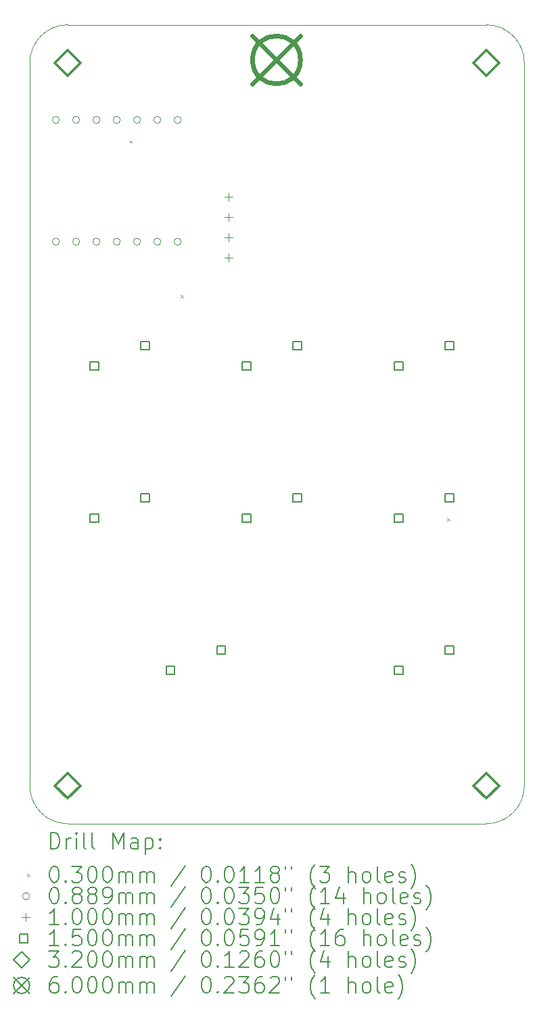
<source format=gbr>
%TF.GenerationSoftware,KiCad,Pcbnew,9.0.1*%
%TF.CreationDate,2025-06-23T17:34:09-04:00*%
%TF.ProjectId,engiboard,656e6769-626f-4617-9264-2e6b69636164,rev?*%
%TF.SameCoordinates,Original*%
%TF.FileFunction,Drillmap*%
%TF.FilePolarity,Positive*%
%FSLAX45Y45*%
G04 Gerber Fmt 4.5, Leading zero omitted, Abs format (unit mm)*
G04 Created by KiCad (PCBNEW 9.0.1) date 2025-06-23 17:34:09*
%MOMM*%
%LPD*%
G01*
G04 APERTURE LIST*
%ADD10C,0.050000*%
%ADD11C,0.200000*%
%ADD12C,0.100000*%
%ADD13C,0.150000*%
%ADD14C,0.320000*%
%ADD15C,0.600000*%
G04 APERTURE END LIST*
D10*
X20002500Y-13335000D02*
G75*
G02*
X19526250Y-13811250I-476250J0D01*
G01*
X19526250Y-3810000D02*
X14287500Y-3810000D01*
X20002500Y-13335000D02*
X20002500Y-4286250D01*
X19526250Y-3810000D02*
G75*
G02*
X20002500Y-4286250I0J-476250D01*
G01*
X13811250Y-13335000D02*
X13811250Y-4286250D01*
X14287500Y-13811250D02*
X19526250Y-13811255D01*
X14287500Y-13811250D02*
G75*
G02*
X13811250Y-13335000I0J476250D01*
G01*
X13811250Y-4286250D02*
G75*
G02*
X14287500Y-3810000I476250J0D01*
G01*
D11*
D12*
X15060000Y-5260000D02*
X15090000Y-5290000D01*
X15090000Y-5260000D02*
X15060000Y-5290000D01*
X15701250Y-7192600D02*
X15731250Y-7222600D01*
X15731250Y-7192600D02*
X15701250Y-7222600D01*
X19035000Y-9986250D02*
X19065000Y-10016250D01*
X19065000Y-9986250D02*
X19035000Y-10016250D01*
X14182450Y-5000625D02*
G75*
G02*
X14093550Y-5000625I-44450J0D01*
G01*
X14093550Y-5000625D02*
G75*
G02*
X14182450Y-5000625I44450J0D01*
G01*
X14182450Y-6524625D02*
G75*
G02*
X14093550Y-6524625I-44450J0D01*
G01*
X14093550Y-6524625D02*
G75*
G02*
X14182450Y-6524625I44450J0D01*
G01*
X14436450Y-5000625D02*
G75*
G02*
X14347550Y-5000625I-44450J0D01*
G01*
X14347550Y-5000625D02*
G75*
G02*
X14436450Y-5000625I44450J0D01*
G01*
X14436450Y-6524625D02*
G75*
G02*
X14347550Y-6524625I-44450J0D01*
G01*
X14347550Y-6524625D02*
G75*
G02*
X14436450Y-6524625I44450J0D01*
G01*
X14690450Y-5000625D02*
G75*
G02*
X14601550Y-5000625I-44450J0D01*
G01*
X14601550Y-5000625D02*
G75*
G02*
X14690450Y-5000625I44450J0D01*
G01*
X14690450Y-6524625D02*
G75*
G02*
X14601550Y-6524625I-44450J0D01*
G01*
X14601550Y-6524625D02*
G75*
G02*
X14690450Y-6524625I44450J0D01*
G01*
X14944450Y-5000625D02*
G75*
G02*
X14855550Y-5000625I-44450J0D01*
G01*
X14855550Y-5000625D02*
G75*
G02*
X14944450Y-5000625I44450J0D01*
G01*
X14944450Y-6524625D02*
G75*
G02*
X14855550Y-6524625I-44450J0D01*
G01*
X14855550Y-6524625D02*
G75*
G02*
X14944450Y-6524625I44450J0D01*
G01*
X15198450Y-5000625D02*
G75*
G02*
X15109550Y-5000625I-44450J0D01*
G01*
X15109550Y-5000625D02*
G75*
G02*
X15198450Y-5000625I44450J0D01*
G01*
X15198450Y-6524625D02*
G75*
G02*
X15109550Y-6524625I-44450J0D01*
G01*
X15109550Y-6524625D02*
G75*
G02*
X15198450Y-6524625I44450J0D01*
G01*
X15452450Y-5000625D02*
G75*
G02*
X15363550Y-5000625I-44450J0D01*
G01*
X15363550Y-5000625D02*
G75*
G02*
X15452450Y-5000625I44450J0D01*
G01*
X15452450Y-6524625D02*
G75*
G02*
X15363550Y-6524625I-44450J0D01*
G01*
X15363550Y-6524625D02*
G75*
G02*
X15452450Y-6524625I44450J0D01*
G01*
X15706450Y-5000625D02*
G75*
G02*
X15617550Y-5000625I-44450J0D01*
G01*
X15617550Y-5000625D02*
G75*
G02*
X15706450Y-5000625I44450J0D01*
G01*
X15706450Y-6524625D02*
G75*
G02*
X15617550Y-6524625I-44450J0D01*
G01*
X15617550Y-6524625D02*
G75*
G02*
X15706450Y-6524625I44450J0D01*
G01*
X16300000Y-5913000D02*
X16300000Y-6013000D01*
X16250000Y-5963000D02*
X16350000Y-5963000D01*
X16300000Y-6167000D02*
X16300000Y-6267000D01*
X16250000Y-6217000D02*
X16350000Y-6217000D01*
X16300000Y-6421000D02*
X16300000Y-6521000D01*
X16250000Y-6471000D02*
X16350000Y-6471000D01*
X16300000Y-6675000D02*
X16300000Y-6775000D01*
X16250000Y-6725000D02*
X16350000Y-6725000D01*
D13*
X14673908Y-8133408D02*
X14673908Y-8027341D01*
X14567841Y-8027341D01*
X14567841Y-8133408D01*
X14673908Y-8133408D01*
X14673908Y-10038409D02*
X14673908Y-9932342D01*
X14567841Y-9932342D01*
X14567841Y-10038409D01*
X14673908Y-10038409D01*
X15308908Y-7879408D02*
X15308908Y-7773341D01*
X15202841Y-7773341D01*
X15202841Y-7879408D01*
X15308908Y-7879408D01*
X15308908Y-9784409D02*
X15308908Y-9678342D01*
X15202841Y-9678342D01*
X15202841Y-9784409D01*
X15308908Y-9784409D01*
X15626408Y-11943408D02*
X15626408Y-11837341D01*
X15520341Y-11837341D01*
X15520341Y-11943408D01*
X15626408Y-11943408D01*
X16261408Y-11689408D02*
X16261408Y-11583341D01*
X16155341Y-11583341D01*
X16155341Y-11689408D01*
X16261408Y-11689408D01*
X16578908Y-8133408D02*
X16578908Y-8027341D01*
X16472841Y-8027341D01*
X16472841Y-8133408D01*
X16578908Y-8133408D01*
X16578908Y-10038409D02*
X16578908Y-9932342D01*
X16472841Y-9932342D01*
X16472841Y-10038409D01*
X16578908Y-10038409D01*
X17213909Y-7879408D02*
X17213909Y-7773341D01*
X17107842Y-7773341D01*
X17107842Y-7879408D01*
X17213909Y-7879408D01*
X17213909Y-9784409D02*
X17213909Y-9678342D01*
X17107842Y-9678342D01*
X17107842Y-9784409D01*
X17213909Y-9784409D01*
X18483909Y-8133408D02*
X18483909Y-8027341D01*
X18377842Y-8027341D01*
X18377842Y-8133408D01*
X18483909Y-8133408D01*
X18483909Y-10038409D02*
X18483909Y-9932342D01*
X18377842Y-9932342D01*
X18377842Y-10038409D01*
X18483909Y-10038409D01*
X18483909Y-11943408D02*
X18483909Y-11837341D01*
X18377842Y-11837341D01*
X18377842Y-11943408D01*
X18483909Y-11943408D01*
X19118909Y-7879408D02*
X19118909Y-7773341D01*
X19012842Y-7773341D01*
X19012842Y-7879408D01*
X19118909Y-7879408D01*
X19118909Y-9784409D02*
X19118909Y-9678342D01*
X19012842Y-9678342D01*
X19012842Y-9784409D01*
X19118909Y-9784409D01*
X19118909Y-11689408D02*
X19118909Y-11583341D01*
X19012842Y-11583341D01*
X19012842Y-11689408D01*
X19118909Y-11689408D01*
D14*
X14287500Y-4446250D02*
X14447500Y-4286250D01*
X14287500Y-4126250D01*
X14127500Y-4286250D01*
X14287500Y-4446250D01*
X14287500Y-13495000D02*
X14447500Y-13335000D01*
X14287500Y-13175000D01*
X14127500Y-13335000D01*
X14287500Y-13495000D01*
X19526250Y-4446250D02*
X19686250Y-4286250D01*
X19526250Y-4126250D01*
X19366250Y-4286250D01*
X19526250Y-4446250D01*
X19526250Y-13495000D02*
X19686250Y-13335000D01*
X19526250Y-13175000D01*
X19366250Y-13335000D01*
X19526250Y-13495000D01*
D15*
X16600000Y-3950000D02*
X17200000Y-4550000D01*
X17200000Y-3950000D02*
X16600000Y-4550000D01*
X17200000Y-4250000D02*
G75*
G02*
X16600000Y-4250000I-300000J0D01*
G01*
X16600000Y-4250000D02*
G75*
G02*
X17200000Y-4250000I300000J0D01*
G01*
D11*
X14069527Y-14125239D02*
X14069527Y-13925239D01*
X14069527Y-13925239D02*
X14117146Y-13925239D01*
X14117146Y-13925239D02*
X14145717Y-13934763D01*
X14145717Y-13934763D02*
X14164765Y-13953810D01*
X14164765Y-13953810D02*
X14174289Y-13972858D01*
X14174289Y-13972858D02*
X14183812Y-14010953D01*
X14183812Y-14010953D02*
X14183812Y-14039524D01*
X14183812Y-14039524D02*
X14174289Y-14077620D01*
X14174289Y-14077620D02*
X14164765Y-14096667D01*
X14164765Y-14096667D02*
X14145717Y-14115715D01*
X14145717Y-14115715D02*
X14117146Y-14125239D01*
X14117146Y-14125239D02*
X14069527Y-14125239D01*
X14269527Y-14125239D02*
X14269527Y-13991905D01*
X14269527Y-14030001D02*
X14279051Y-14010953D01*
X14279051Y-14010953D02*
X14288574Y-14001429D01*
X14288574Y-14001429D02*
X14307622Y-13991905D01*
X14307622Y-13991905D02*
X14326670Y-13991905D01*
X14393336Y-14125239D02*
X14393336Y-13991905D01*
X14393336Y-13925239D02*
X14383812Y-13934763D01*
X14383812Y-13934763D02*
X14393336Y-13944286D01*
X14393336Y-13944286D02*
X14402860Y-13934763D01*
X14402860Y-13934763D02*
X14393336Y-13925239D01*
X14393336Y-13925239D02*
X14393336Y-13944286D01*
X14517146Y-14125239D02*
X14498098Y-14115715D01*
X14498098Y-14115715D02*
X14488574Y-14096667D01*
X14488574Y-14096667D02*
X14488574Y-13925239D01*
X14621908Y-14125239D02*
X14602860Y-14115715D01*
X14602860Y-14115715D02*
X14593336Y-14096667D01*
X14593336Y-14096667D02*
X14593336Y-13925239D01*
X14850479Y-14125239D02*
X14850479Y-13925239D01*
X14850479Y-13925239D02*
X14917146Y-14068096D01*
X14917146Y-14068096D02*
X14983812Y-13925239D01*
X14983812Y-13925239D02*
X14983812Y-14125239D01*
X15164765Y-14125239D02*
X15164765Y-14020477D01*
X15164765Y-14020477D02*
X15155241Y-14001429D01*
X15155241Y-14001429D02*
X15136193Y-13991905D01*
X15136193Y-13991905D02*
X15098098Y-13991905D01*
X15098098Y-13991905D02*
X15079051Y-14001429D01*
X15164765Y-14115715D02*
X15145717Y-14125239D01*
X15145717Y-14125239D02*
X15098098Y-14125239D01*
X15098098Y-14125239D02*
X15079051Y-14115715D01*
X15079051Y-14115715D02*
X15069527Y-14096667D01*
X15069527Y-14096667D02*
X15069527Y-14077620D01*
X15069527Y-14077620D02*
X15079051Y-14058572D01*
X15079051Y-14058572D02*
X15098098Y-14049048D01*
X15098098Y-14049048D02*
X15145717Y-14049048D01*
X15145717Y-14049048D02*
X15164765Y-14039524D01*
X15260003Y-13991905D02*
X15260003Y-14191905D01*
X15260003Y-14001429D02*
X15279051Y-13991905D01*
X15279051Y-13991905D02*
X15317146Y-13991905D01*
X15317146Y-13991905D02*
X15336193Y-14001429D01*
X15336193Y-14001429D02*
X15345717Y-14010953D01*
X15345717Y-14010953D02*
X15355241Y-14030001D01*
X15355241Y-14030001D02*
X15355241Y-14087143D01*
X15355241Y-14087143D02*
X15345717Y-14106191D01*
X15345717Y-14106191D02*
X15336193Y-14115715D01*
X15336193Y-14115715D02*
X15317146Y-14125239D01*
X15317146Y-14125239D02*
X15279051Y-14125239D01*
X15279051Y-14125239D02*
X15260003Y-14115715D01*
X15440955Y-14106191D02*
X15450479Y-14115715D01*
X15450479Y-14115715D02*
X15440955Y-14125239D01*
X15440955Y-14125239D02*
X15431432Y-14115715D01*
X15431432Y-14115715D02*
X15440955Y-14106191D01*
X15440955Y-14106191D02*
X15440955Y-14125239D01*
X15440955Y-14001429D02*
X15450479Y-14010953D01*
X15450479Y-14010953D02*
X15440955Y-14020477D01*
X15440955Y-14020477D02*
X15431432Y-14010953D01*
X15431432Y-14010953D02*
X15440955Y-14001429D01*
X15440955Y-14001429D02*
X15440955Y-14020477D01*
D12*
X13778750Y-14438755D02*
X13808750Y-14468755D01*
X13808750Y-14438755D02*
X13778750Y-14468755D01*
D11*
X14107622Y-14345239D02*
X14126670Y-14345239D01*
X14126670Y-14345239D02*
X14145717Y-14354763D01*
X14145717Y-14354763D02*
X14155241Y-14364286D01*
X14155241Y-14364286D02*
X14164765Y-14383334D01*
X14164765Y-14383334D02*
X14174289Y-14421429D01*
X14174289Y-14421429D02*
X14174289Y-14469048D01*
X14174289Y-14469048D02*
X14164765Y-14507143D01*
X14164765Y-14507143D02*
X14155241Y-14526191D01*
X14155241Y-14526191D02*
X14145717Y-14535715D01*
X14145717Y-14535715D02*
X14126670Y-14545239D01*
X14126670Y-14545239D02*
X14107622Y-14545239D01*
X14107622Y-14545239D02*
X14088574Y-14535715D01*
X14088574Y-14535715D02*
X14079051Y-14526191D01*
X14079051Y-14526191D02*
X14069527Y-14507143D01*
X14069527Y-14507143D02*
X14060003Y-14469048D01*
X14060003Y-14469048D02*
X14060003Y-14421429D01*
X14060003Y-14421429D02*
X14069527Y-14383334D01*
X14069527Y-14383334D02*
X14079051Y-14364286D01*
X14079051Y-14364286D02*
X14088574Y-14354763D01*
X14088574Y-14354763D02*
X14107622Y-14345239D01*
X14260003Y-14526191D02*
X14269527Y-14535715D01*
X14269527Y-14535715D02*
X14260003Y-14545239D01*
X14260003Y-14545239D02*
X14250479Y-14535715D01*
X14250479Y-14535715D02*
X14260003Y-14526191D01*
X14260003Y-14526191D02*
X14260003Y-14545239D01*
X14336193Y-14345239D02*
X14460003Y-14345239D01*
X14460003Y-14345239D02*
X14393336Y-14421429D01*
X14393336Y-14421429D02*
X14421908Y-14421429D01*
X14421908Y-14421429D02*
X14440955Y-14430953D01*
X14440955Y-14430953D02*
X14450479Y-14440477D01*
X14450479Y-14440477D02*
X14460003Y-14459524D01*
X14460003Y-14459524D02*
X14460003Y-14507143D01*
X14460003Y-14507143D02*
X14450479Y-14526191D01*
X14450479Y-14526191D02*
X14440955Y-14535715D01*
X14440955Y-14535715D02*
X14421908Y-14545239D01*
X14421908Y-14545239D02*
X14364765Y-14545239D01*
X14364765Y-14545239D02*
X14345717Y-14535715D01*
X14345717Y-14535715D02*
X14336193Y-14526191D01*
X14583812Y-14345239D02*
X14602860Y-14345239D01*
X14602860Y-14345239D02*
X14621908Y-14354763D01*
X14621908Y-14354763D02*
X14631432Y-14364286D01*
X14631432Y-14364286D02*
X14640955Y-14383334D01*
X14640955Y-14383334D02*
X14650479Y-14421429D01*
X14650479Y-14421429D02*
X14650479Y-14469048D01*
X14650479Y-14469048D02*
X14640955Y-14507143D01*
X14640955Y-14507143D02*
X14631432Y-14526191D01*
X14631432Y-14526191D02*
X14621908Y-14535715D01*
X14621908Y-14535715D02*
X14602860Y-14545239D01*
X14602860Y-14545239D02*
X14583812Y-14545239D01*
X14583812Y-14545239D02*
X14564765Y-14535715D01*
X14564765Y-14535715D02*
X14555241Y-14526191D01*
X14555241Y-14526191D02*
X14545717Y-14507143D01*
X14545717Y-14507143D02*
X14536193Y-14469048D01*
X14536193Y-14469048D02*
X14536193Y-14421429D01*
X14536193Y-14421429D02*
X14545717Y-14383334D01*
X14545717Y-14383334D02*
X14555241Y-14364286D01*
X14555241Y-14364286D02*
X14564765Y-14354763D01*
X14564765Y-14354763D02*
X14583812Y-14345239D01*
X14774289Y-14345239D02*
X14793336Y-14345239D01*
X14793336Y-14345239D02*
X14812384Y-14354763D01*
X14812384Y-14354763D02*
X14821908Y-14364286D01*
X14821908Y-14364286D02*
X14831432Y-14383334D01*
X14831432Y-14383334D02*
X14840955Y-14421429D01*
X14840955Y-14421429D02*
X14840955Y-14469048D01*
X14840955Y-14469048D02*
X14831432Y-14507143D01*
X14831432Y-14507143D02*
X14821908Y-14526191D01*
X14821908Y-14526191D02*
X14812384Y-14535715D01*
X14812384Y-14535715D02*
X14793336Y-14545239D01*
X14793336Y-14545239D02*
X14774289Y-14545239D01*
X14774289Y-14545239D02*
X14755241Y-14535715D01*
X14755241Y-14535715D02*
X14745717Y-14526191D01*
X14745717Y-14526191D02*
X14736193Y-14507143D01*
X14736193Y-14507143D02*
X14726670Y-14469048D01*
X14726670Y-14469048D02*
X14726670Y-14421429D01*
X14726670Y-14421429D02*
X14736193Y-14383334D01*
X14736193Y-14383334D02*
X14745717Y-14364286D01*
X14745717Y-14364286D02*
X14755241Y-14354763D01*
X14755241Y-14354763D02*
X14774289Y-14345239D01*
X14926670Y-14545239D02*
X14926670Y-14411905D01*
X14926670Y-14430953D02*
X14936193Y-14421429D01*
X14936193Y-14421429D02*
X14955241Y-14411905D01*
X14955241Y-14411905D02*
X14983813Y-14411905D01*
X14983813Y-14411905D02*
X15002860Y-14421429D01*
X15002860Y-14421429D02*
X15012384Y-14440477D01*
X15012384Y-14440477D02*
X15012384Y-14545239D01*
X15012384Y-14440477D02*
X15021908Y-14421429D01*
X15021908Y-14421429D02*
X15040955Y-14411905D01*
X15040955Y-14411905D02*
X15069527Y-14411905D01*
X15069527Y-14411905D02*
X15088574Y-14421429D01*
X15088574Y-14421429D02*
X15098098Y-14440477D01*
X15098098Y-14440477D02*
X15098098Y-14545239D01*
X15193336Y-14545239D02*
X15193336Y-14411905D01*
X15193336Y-14430953D02*
X15202860Y-14421429D01*
X15202860Y-14421429D02*
X15221908Y-14411905D01*
X15221908Y-14411905D02*
X15250479Y-14411905D01*
X15250479Y-14411905D02*
X15269527Y-14421429D01*
X15269527Y-14421429D02*
X15279051Y-14440477D01*
X15279051Y-14440477D02*
X15279051Y-14545239D01*
X15279051Y-14440477D02*
X15288574Y-14421429D01*
X15288574Y-14421429D02*
X15307622Y-14411905D01*
X15307622Y-14411905D02*
X15336193Y-14411905D01*
X15336193Y-14411905D02*
X15355241Y-14421429D01*
X15355241Y-14421429D02*
X15364765Y-14440477D01*
X15364765Y-14440477D02*
X15364765Y-14545239D01*
X15755241Y-14335715D02*
X15583813Y-14592858D01*
X16012384Y-14345239D02*
X16031432Y-14345239D01*
X16031432Y-14345239D02*
X16050479Y-14354763D01*
X16050479Y-14354763D02*
X16060003Y-14364286D01*
X16060003Y-14364286D02*
X16069527Y-14383334D01*
X16069527Y-14383334D02*
X16079051Y-14421429D01*
X16079051Y-14421429D02*
X16079051Y-14469048D01*
X16079051Y-14469048D02*
X16069527Y-14507143D01*
X16069527Y-14507143D02*
X16060003Y-14526191D01*
X16060003Y-14526191D02*
X16050479Y-14535715D01*
X16050479Y-14535715D02*
X16031432Y-14545239D01*
X16031432Y-14545239D02*
X16012384Y-14545239D01*
X16012384Y-14545239D02*
X15993336Y-14535715D01*
X15993336Y-14535715D02*
X15983813Y-14526191D01*
X15983813Y-14526191D02*
X15974289Y-14507143D01*
X15974289Y-14507143D02*
X15964765Y-14469048D01*
X15964765Y-14469048D02*
X15964765Y-14421429D01*
X15964765Y-14421429D02*
X15974289Y-14383334D01*
X15974289Y-14383334D02*
X15983813Y-14364286D01*
X15983813Y-14364286D02*
X15993336Y-14354763D01*
X15993336Y-14354763D02*
X16012384Y-14345239D01*
X16164765Y-14526191D02*
X16174289Y-14535715D01*
X16174289Y-14535715D02*
X16164765Y-14545239D01*
X16164765Y-14545239D02*
X16155241Y-14535715D01*
X16155241Y-14535715D02*
X16164765Y-14526191D01*
X16164765Y-14526191D02*
X16164765Y-14545239D01*
X16298098Y-14345239D02*
X16317146Y-14345239D01*
X16317146Y-14345239D02*
X16336194Y-14354763D01*
X16336194Y-14354763D02*
X16345717Y-14364286D01*
X16345717Y-14364286D02*
X16355241Y-14383334D01*
X16355241Y-14383334D02*
X16364765Y-14421429D01*
X16364765Y-14421429D02*
X16364765Y-14469048D01*
X16364765Y-14469048D02*
X16355241Y-14507143D01*
X16355241Y-14507143D02*
X16345717Y-14526191D01*
X16345717Y-14526191D02*
X16336194Y-14535715D01*
X16336194Y-14535715D02*
X16317146Y-14545239D01*
X16317146Y-14545239D02*
X16298098Y-14545239D01*
X16298098Y-14545239D02*
X16279051Y-14535715D01*
X16279051Y-14535715D02*
X16269527Y-14526191D01*
X16269527Y-14526191D02*
X16260003Y-14507143D01*
X16260003Y-14507143D02*
X16250479Y-14469048D01*
X16250479Y-14469048D02*
X16250479Y-14421429D01*
X16250479Y-14421429D02*
X16260003Y-14383334D01*
X16260003Y-14383334D02*
X16269527Y-14364286D01*
X16269527Y-14364286D02*
X16279051Y-14354763D01*
X16279051Y-14354763D02*
X16298098Y-14345239D01*
X16555241Y-14545239D02*
X16440956Y-14545239D01*
X16498098Y-14545239D02*
X16498098Y-14345239D01*
X16498098Y-14345239D02*
X16479051Y-14373810D01*
X16479051Y-14373810D02*
X16460003Y-14392858D01*
X16460003Y-14392858D02*
X16440956Y-14402382D01*
X16745717Y-14545239D02*
X16631432Y-14545239D01*
X16688575Y-14545239D02*
X16688575Y-14345239D01*
X16688575Y-14345239D02*
X16669527Y-14373810D01*
X16669527Y-14373810D02*
X16650479Y-14392858D01*
X16650479Y-14392858D02*
X16631432Y-14402382D01*
X16860003Y-14430953D02*
X16840956Y-14421429D01*
X16840956Y-14421429D02*
X16831432Y-14411905D01*
X16831432Y-14411905D02*
X16821908Y-14392858D01*
X16821908Y-14392858D02*
X16821908Y-14383334D01*
X16821908Y-14383334D02*
X16831432Y-14364286D01*
X16831432Y-14364286D02*
X16840956Y-14354763D01*
X16840956Y-14354763D02*
X16860003Y-14345239D01*
X16860003Y-14345239D02*
X16898099Y-14345239D01*
X16898099Y-14345239D02*
X16917146Y-14354763D01*
X16917146Y-14354763D02*
X16926670Y-14364286D01*
X16926670Y-14364286D02*
X16936194Y-14383334D01*
X16936194Y-14383334D02*
X16936194Y-14392858D01*
X16936194Y-14392858D02*
X16926670Y-14411905D01*
X16926670Y-14411905D02*
X16917146Y-14421429D01*
X16917146Y-14421429D02*
X16898099Y-14430953D01*
X16898099Y-14430953D02*
X16860003Y-14430953D01*
X16860003Y-14430953D02*
X16840956Y-14440477D01*
X16840956Y-14440477D02*
X16831432Y-14450001D01*
X16831432Y-14450001D02*
X16821908Y-14469048D01*
X16821908Y-14469048D02*
X16821908Y-14507143D01*
X16821908Y-14507143D02*
X16831432Y-14526191D01*
X16831432Y-14526191D02*
X16840956Y-14535715D01*
X16840956Y-14535715D02*
X16860003Y-14545239D01*
X16860003Y-14545239D02*
X16898099Y-14545239D01*
X16898099Y-14545239D02*
X16917146Y-14535715D01*
X16917146Y-14535715D02*
X16926670Y-14526191D01*
X16926670Y-14526191D02*
X16936194Y-14507143D01*
X16936194Y-14507143D02*
X16936194Y-14469048D01*
X16936194Y-14469048D02*
X16926670Y-14450001D01*
X16926670Y-14450001D02*
X16917146Y-14440477D01*
X16917146Y-14440477D02*
X16898099Y-14430953D01*
X17012384Y-14345239D02*
X17012384Y-14383334D01*
X17088575Y-14345239D02*
X17088575Y-14383334D01*
X17383813Y-14621429D02*
X17374289Y-14611905D01*
X17374289Y-14611905D02*
X17355241Y-14583334D01*
X17355241Y-14583334D02*
X17345718Y-14564286D01*
X17345718Y-14564286D02*
X17336194Y-14535715D01*
X17336194Y-14535715D02*
X17326670Y-14488096D01*
X17326670Y-14488096D02*
X17326670Y-14450001D01*
X17326670Y-14450001D02*
X17336194Y-14402382D01*
X17336194Y-14402382D02*
X17345718Y-14373810D01*
X17345718Y-14373810D02*
X17355241Y-14354763D01*
X17355241Y-14354763D02*
X17374289Y-14326191D01*
X17374289Y-14326191D02*
X17383813Y-14316667D01*
X17440956Y-14345239D02*
X17564765Y-14345239D01*
X17564765Y-14345239D02*
X17498099Y-14421429D01*
X17498099Y-14421429D02*
X17526670Y-14421429D01*
X17526670Y-14421429D02*
X17545718Y-14430953D01*
X17545718Y-14430953D02*
X17555241Y-14440477D01*
X17555241Y-14440477D02*
X17564765Y-14459524D01*
X17564765Y-14459524D02*
X17564765Y-14507143D01*
X17564765Y-14507143D02*
X17555241Y-14526191D01*
X17555241Y-14526191D02*
X17545718Y-14535715D01*
X17545718Y-14535715D02*
X17526670Y-14545239D01*
X17526670Y-14545239D02*
X17469527Y-14545239D01*
X17469527Y-14545239D02*
X17450480Y-14535715D01*
X17450480Y-14535715D02*
X17440956Y-14526191D01*
X17802861Y-14545239D02*
X17802861Y-14345239D01*
X17888575Y-14545239D02*
X17888575Y-14440477D01*
X17888575Y-14440477D02*
X17879051Y-14421429D01*
X17879051Y-14421429D02*
X17860003Y-14411905D01*
X17860003Y-14411905D02*
X17831432Y-14411905D01*
X17831432Y-14411905D02*
X17812384Y-14421429D01*
X17812384Y-14421429D02*
X17802861Y-14430953D01*
X18012384Y-14545239D02*
X17993337Y-14535715D01*
X17993337Y-14535715D02*
X17983813Y-14526191D01*
X17983813Y-14526191D02*
X17974289Y-14507143D01*
X17974289Y-14507143D02*
X17974289Y-14450001D01*
X17974289Y-14450001D02*
X17983813Y-14430953D01*
X17983813Y-14430953D02*
X17993337Y-14421429D01*
X17993337Y-14421429D02*
X18012384Y-14411905D01*
X18012384Y-14411905D02*
X18040956Y-14411905D01*
X18040956Y-14411905D02*
X18060003Y-14421429D01*
X18060003Y-14421429D02*
X18069527Y-14430953D01*
X18069527Y-14430953D02*
X18079051Y-14450001D01*
X18079051Y-14450001D02*
X18079051Y-14507143D01*
X18079051Y-14507143D02*
X18069527Y-14526191D01*
X18069527Y-14526191D02*
X18060003Y-14535715D01*
X18060003Y-14535715D02*
X18040956Y-14545239D01*
X18040956Y-14545239D02*
X18012384Y-14545239D01*
X18193337Y-14545239D02*
X18174289Y-14535715D01*
X18174289Y-14535715D02*
X18164765Y-14516667D01*
X18164765Y-14516667D02*
X18164765Y-14345239D01*
X18345718Y-14535715D02*
X18326670Y-14545239D01*
X18326670Y-14545239D02*
X18288575Y-14545239D01*
X18288575Y-14545239D02*
X18269527Y-14535715D01*
X18269527Y-14535715D02*
X18260003Y-14516667D01*
X18260003Y-14516667D02*
X18260003Y-14440477D01*
X18260003Y-14440477D02*
X18269527Y-14421429D01*
X18269527Y-14421429D02*
X18288575Y-14411905D01*
X18288575Y-14411905D02*
X18326670Y-14411905D01*
X18326670Y-14411905D02*
X18345718Y-14421429D01*
X18345718Y-14421429D02*
X18355242Y-14440477D01*
X18355242Y-14440477D02*
X18355242Y-14459524D01*
X18355242Y-14459524D02*
X18260003Y-14478572D01*
X18431432Y-14535715D02*
X18450480Y-14545239D01*
X18450480Y-14545239D02*
X18488575Y-14545239D01*
X18488575Y-14545239D02*
X18507623Y-14535715D01*
X18507623Y-14535715D02*
X18517146Y-14516667D01*
X18517146Y-14516667D02*
X18517146Y-14507143D01*
X18517146Y-14507143D02*
X18507623Y-14488096D01*
X18507623Y-14488096D02*
X18488575Y-14478572D01*
X18488575Y-14478572D02*
X18460003Y-14478572D01*
X18460003Y-14478572D02*
X18440956Y-14469048D01*
X18440956Y-14469048D02*
X18431432Y-14450001D01*
X18431432Y-14450001D02*
X18431432Y-14440477D01*
X18431432Y-14440477D02*
X18440956Y-14421429D01*
X18440956Y-14421429D02*
X18460003Y-14411905D01*
X18460003Y-14411905D02*
X18488575Y-14411905D01*
X18488575Y-14411905D02*
X18507623Y-14421429D01*
X18583813Y-14621429D02*
X18593337Y-14611905D01*
X18593337Y-14611905D02*
X18612384Y-14583334D01*
X18612384Y-14583334D02*
X18621908Y-14564286D01*
X18621908Y-14564286D02*
X18631432Y-14535715D01*
X18631432Y-14535715D02*
X18640956Y-14488096D01*
X18640956Y-14488096D02*
X18640956Y-14450001D01*
X18640956Y-14450001D02*
X18631432Y-14402382D01*
X18631432Y-14402382D02*
X18621908Y-14373810D01*
X18621908Y-14373810D02*
X18612384Y-14354763D01*
X18612384Y-14354763D02*
X18593337Y-14326191D01*
X18593337Y-14326191D02*
X18583813Y-14316667D01*
D12*
X13808750Y-14717755D02*
G75*
G02*
X13719850Y-14717755I-44450J0D01*
G01*
X13719850Y-14717755D02*
G75*
G02*
X13808750Y-14717755I44450J0D01*
G01*
D11*
X14107622Y-14609239D02*
X14126670Y-14609239D01*
X14126670Y-14609239D02*
X14145717Y-14618763D01*
X14145717Y-14618763D02*
X14155241Y-14628286D01*
X14155241Y-14628286D02*
X14164765Y-14647334D01*
X14164765Y-14647334D02*
X14174289Y-14685429D01*
X14174289Y-14685429D02*
X14174289Y-14733048D01*
X14174289Y-14733048D02*
X14164765Y-14771143D01*
X14164765Y-14771143D02*
X14155241Y-14790191D01*
X14155241Y-14790191D02*
X14145717Y-14799715D01*
X14145717Y-14799715D02*
X14126670Y-14809239D01*
X14126670Y-14809239D02*
X14107622Y-14809239D01*
X14107622Y-14809239D02*
X14088574Y-14799715D01*
X14088574Y-14799715D02*
X14079051Y-14790191D01*
X14079051Y-14790191D02*
X14069527Y-14771143D01*
X14069527Y-14771143D02*
X14060003Y-14733048D01*
X14060003Y-14733048D02*
X14060003Y-14685429D01*
X14060003Y-14685429D02*
X14069527Y-14647334D01*
X14069527Y-14647334D02*
X14079051Y-14628286D01*
X14079051Y-14628286D02*
X14088574Y-14618763D01*
X14088574Y-14618763D02*
X14107622Y-14609239D01*
X14260003Y-14790191D02*
X14269527Y-14799715D01*
X14269527Y-14799715D02*
X14260003Y-14809239D01*
X14260003Y-14809239D02*
X14250479Y-14799715D01*
X14250479Y-14799715D02*
X14260003Y-14790191D01*
X14260003Y-14790191D02*
X14260003Y-14809239D01*
X14383812Y-14694953D02*
X14364765Y-14685429D01*
X14364765Y-14685429D02*
X14355241Y-14675905D01*
X14355241Y-14675905D02*
X14345717Y-14656858D01*
X14345717Y-14656858D02*
X14345717Y-14647334D01*
X14345717Y-14647334D02*
X14355241Y-14628286D01*
X14355241Y-14628286D02*
X14364765Y-14618763D01*
X14364765Y-14618763D02*
X14383812Y-14609239D01*
X14383812Y-14609239D02*
X14421908Y-14609239D01*
X14421908Y-14609239D02*
X14440955Y-14618763D01*
X14440955Y-14618763D02*
X14450479Y-14628286D01*
X14450479Y-14628286D02*
X14460003Y-14647334D01*
X14460003Y-14647334D02*
X14460003Y-14656858D01*
X14460003Y-14656858D02*
X14450479Y-14675905D01*
X14450479Y-14675905D02*
X14440955Y-14685429D01*
X14440955Y-14685429D02*
X14421908Y-14694953D01*
X14421908Y-14694953D02*
X14383812Y-14694953D01*
X14383812Y-14694953D02*
X14364765Y-14704477D01*
X14364765Y-14704477D02*
X14355241Y-14714001D01*
X14355241Y-14714001D02*
X14345717Y-14733048D01*
X14345717Y-14733048D02*
X14345717Y-14771143D01*
X14345717Y-14771143D02*
X14355241Y-14790191D01*
X14355241Y-14790191D02*
X14364765Y-14799715D01*
X14364765Y-14799715D02*
X14383812Y-14809239D01*
X14383812Y-14809239D02*
X14421908Y-14809239D01*
X14421908Y-14809239D02*
X14440955Y-14799715D01*
X14440955Y-14799715D02*
X14450479Y-14790191D01*
X14450479Y-14790191D02*
X14460003Y-14771143D01*
X14460003Y-14771143D02*
X14460003Y-14733048D01*
X14460003Y-14733048D02*
X14450479Y-14714001D01*
X14450479Y-14714001D02*
X14440955Y-14704477D01*
X14440955Y-14704477D02*
X14421908Y-14694953D01*
X14574289Y-14694953D02*
X14555241Y-14685429D01*
X14555241Y-14685429D02*
X14545717Y-14675905D01*
X14545717Y-14675905D02*
X14536193Y-14656858D01*
X14536193Y-14656858D02*
X14536193Y-14647334D01*
X14536193Y-14647334D02*
X14545717Y-14628286D01*
X14545717Y-14628286D02*
X14555241Y-14618763D01*
X14555241Y-14618763D02*
X14574289Y-14609239D01*
X14574289Y-14609239D02*
X14612384Y-14609239D01*
X14612384Y-14609239D02*
X14631432Y-14618763D01*
X14631432Y-14618763D02*
X14640955Y-14628286D01*
X14640955Y-14628286D02*
X14650479Y-14647334D01*
X14650479Y-14647334D02*
X14650479Y-14656858D01*
X14650479Y-14656858D02*
X14640955Y-14675905D01*
X14640955Y-14675905D02*
X14631432Y-14685429D01*
X14631432Y-14685429D02*
X14612384Y-14694953D01*
X14612384Y-14694953D02*
X14574289Y-14694953D01*
X14574289Y-14694953D02*
X14555241Y-14704477D01*
X14555241Y-14704477D02*
X14545717Y-14714001D01*
X14545717Y-14714001D02*
X14536193Y-14733048D01*
X14536193Y-14733048D02*
X14536193Y-14771143D01*
X14536193Y-14771143D02*
X14545717Y-14790191D01*
X14545717Y-14790191D02*
X14555241Y-14799715D01*
X14555241Y-14799715D02*
X14574289Y-14809239D01*
X14574289Y-14809239D02*
X14612384Y-14809239D01*
X14612384Y-14809239D02*
X14631432Y-14799715D01*
X14631432Y-14799715D02*
X14640955Y-14790191D01*
X14640955Y-14790191D02*
X14650479Y-14771143D01*
X14650479Y-14771143D02*
X14650479Y-14733048D01*
X14650479Y-14733048D02*
X14640955Y-14714001D01*
X14640955Y-14714001D02*
X14631432Y-14704477D01*
X14631432Y-14704477D02*
X14612384Y-14694953D01*
X14745717Y-14809239D02*
X14783812Y-14809239D01*
X14783812Y-14809239D02*
X14802860Y-14799715D01*
X14802860Y-14799715D02*
X14812384Y-14790191D01*
X14812384Y-14790191D02*
X14831432Y-14761620D01*
X14831432Y-14761620D02*
X14840955Y-14723524D01*
X14840955Y-14723524D02*
X14840955Y-14647334D01*
X14840955Y-14647334D02*
X14831432Y-14628286D01*
X14831432Y-14628286D02*
X14821908Y-14618763D01*
X14821908Y-14618763D02*
X14802860Y-14609239D01*
X14802860Y-14609239D02*
X14764765Y-14609239D01*
X14764765Y-14609239D02*
X14745717Y-14618763D01*
X14745717Y-14618763D02*
X14736193Y-14628286D01*
X14736193Y-14628286D02*
X14726670Y-14647334D01*
X14726670Y-14647334D02*
X14726670Y-14694953D01*
X14726670Y-14694953D02*
X14736193Y-14714001D01*
X14736193Y-14714001D02*
X14745717Y-14723524D01*
X14745717Y-14723524D02*
X14764765Y-14733048D01*
X14764765Y-14733048D02*
X14802860Y-14733048D01*
X14802860Y-14733048D02*
X14821908Y-14723524D01*
X14821908Y-14723524D02*
X14831432Y-14714001D01*
X14831432Y-14714001D02*
X14840955Y-14694953D01*
X14926670Y-14809239D02*
X14926670Y-14675905D01*
X14926670Y-14694953D02*
X14936193Y-14685429D01*
X14936193Y-14685429D02*
X14955241Y-14675905D01*
X14955241Y-14675905D02*
X14983813Y-14675905D01*
X14983813Y-14675905D02*
X15002860Y-14685429D01*
X15002860Y-14685429D02*
X15012384Y-14704477D01*
X15012384Y-14704477D02*
X15012384Y-14809239D01*
X15012384Y-14704477D02*
X15021908Y-14685429D01*
X15021908Y-14685429D02*
X15040955Y-14675905D01*
X15040955Y-14675905D02*
X15069527Y-14675905D01*
X15069527Y-14675905D02*
X15088574Y-14685429D01*
X15088574Y-14685429D02*
X15098098Y-14704477D01*
X15098098Y-14704477D02*
X15098098Y-14809239D01*
X15193336Y-14809239D02*
X15193336Y-14675905D01*
X15193336Y-14694953D02*
X15202860Y-14685429D01*
X15202860Y-14685429D02*
X15221908Y-14675905D01*
X15221908Y-14675905D02*
X15250479Y-14675905D01*
X15250479Y-14675905D02*
X15269527Y-14685429D01*
X15269527Y-14685429D02*
X15279051Y-14704477D01*
X15279051Y-14704477D02*
X15279051Y-14809239D01*
X15279051Y-14704477D02*
X15288574Y-14685429D01*
X15288574Y-14685429D02*
X15307622Y-14675905D01*
X15307622Y-14675905D02*
X15336193Y-14675905D01*
X15336193Y-14675905D02*
X15355241Y-14685429D01*
X15355241Y-14685429D02*
X15364765Y-14704477D01*
X15364765Y-14704477D02*
X15364765Y-14809239D01*
X15755241Y-14599715D02*
X15583813Y-14856858D01*
X16012384Y-14609239D02*
X16031432Y-14609239D01*
X16031432Y-14609239D02*
X16050479Y-14618763D01*
X16050479Y-14618763D02*
X16060003Y-14628286D01*
X16060003Y-14628286D02*
X16069527Y-14647334D01*
X16069527Y-14647334D02*
X16079051Y-14685429D01*
X16079051Y-14685429D02*
X16079051Y-14733048D01*
X16079051Y-14733048D02*
X16069527Y-14771143D01*
X16069527Y-14771143D02*
X16060003Y-14790191D01*
X16060003Y-14790191D02*
X16050479Y-14799715D01*
X16050479Y-14799715D02*
X16031432Y-14809239D01*
X16031432Y-14809239D02*
X16012384Y-14809239D01*
X16012384Y-14809239D02*
X15993336Y-14799715D01*
X15993336Y-14799715D02*
X15983813Y-14790191D01*
X15983813Y-14790191D02*
X15974289Y-14771143D01*
X15974289Y-14771143D02*
X15964765Y-14733048D01*
X15964765Y-14733048D02*
X15964765Y-14685429D01*
X15964765Y-14685429D02*
X15974289Y-14647334D01*
X15974289Y-14647334D02*
X15983813Y-14628286D01*
X15983813Y-14628286D02*
X15993336Y-14618763D01*
X15993336Y-14618763D02*
X16012384Y-14609239D01*
X16164765Y-14790191D02*
X16174289Y-14799715D01*
X16174289Y-14799715D02*
X16164765Y-14809239D01*
X16164765Y-14809239D02*
X16155241Y-14799715D01*
X16155241Y-14799715D02*
X16164765Y-14790191D01*
X16164765Y-14790191D02*
X16164765Y-14809239D01*
X16298098Y-14609239D02*
X16317146Y-14609239D01*
X16317146Y-14609239D02*
X16336194Y-14618763D01*
X16336194Y-14618763D02*
X16345717Y-14628286D01*
X16345717Y-14628286D02*
X16355241Y-14647334D01*
X16355241Y-14647334D02*
X16364765Y-14685429D01*
X16364765Y-14685429D02*
X16364765Y-14733048D01*
X16364765Y-14733048D02*
X16355241Y-14771143D01*
X16355241Y-14771143D02*
X16345717Y-14790191D01*
X16345717Y-14790191D02*
X16336194Y-14799715D01*
X16336194Y-14799715D02*
X16317146Y-14809239D01*
X16317146Y-14809239D02*
X16298098Y-14809239D01*
X16298098Y-14809239D02*
X16279051Y-14799715D01*
X16279051Y-14799715D02*
X16269527Y-14790191D01*
X16269527Y-14790191D02*
X16260003Y-14771143D01*
X16260003Y-14771143D02*
X16250479Y-14733048D01*
X16250479Y-14733048D02*
X16250479Y-14685429D01*
X16250479Y-14685429D02*
X16260003Y-14647334D01*
X16260003Y-14647334D02*
X16269527Y-14628286D01*
X16269527Y-14628286D02*
X16279051Y-14618763D01*
X16279051Y-14618763D02*
X16298098Y-14609239D01*
X16431432Y-14609239D02*
X16555241Y-14609239D01*
X16555241Y-14609239D02*
X16488575Y-14685429D01*
X16488575Y-14685429D02*
X16517146Y-14685429D01*
X16517146Y-14685429D02*
X16536194Y-14694953D01*
X16536194Y-14694953D02*
X16545717Y-14704477D01*
X16545717Y-14704477D02*
X16555241Y-14723524D01*
X16555241Y-14723524D02*
X16555241Y-14771143D01*
X16555241Y-14771143D02*
X16545717Y-14790191D01*
X16545717Y-14790191D02*
X16536194Y-14799715D01*
X16536194Y-14799715D02*
X16517146Y-14809239D01*
X16517146Y-14809239D02*
X16460003Y-14809239D01*
X16460003Y-14809239D02*
X16440956Y-14799715D01*
X16440956Y-14799715D02*
X16431432Y-14790191D01*
X16736194Y-14609239D02*
X16640956Y-14609239D01*
X16640956Y-14609239D02*
X16631432Y-14704477D01*
X16631432Y-14704477D02*
X16640956Y-14694953D01*
X16640956Y-14694953D02*
X16660003Y-14685429D01*
X16660003Y-14685429D02*
X16707622Y-14685429D01*
X16707622Y-14685429D02*
X16726670Y-14694953D01*
X16726670Y-14694953D02*
X16736194Y-14704477D01*
X16736194Y-14704477D02*
X16745717Y-14723524D01*
X16745717Y-14723524D02*
X16745717Y-14771143D01*
X16745717Y-14771143D02*
X16736194Y-14790191D01*
X16736194Y-14790191D02*
X16726670Y-14799715D01*
X16726670Y-14799715D02*
X16707622Y-14809239D01*
X16707622Y-14809239D02*
X16660003Y-14809239D01*
X16660003Y-14809239D02*
X16640956Y-14799715D01*
X16640956Y-14799715D02*
X16631432Y-14790191D01*
X16869527Y-14609239D02*
X16888575Y-14609239D01*
X16888575Y-14609239D02*
X16907622Y-14618763D01*
X16907622Y-14618763D02*
X16917146Y-14628286D01*
X16917146Y-14628286D02*
X16926670Y-14647334D01*
X16926670Y-14647334D02*
X16936194Y-14685429D01*
X16936194Y-14685429D02*
X16936194Y-14733048D01*
X16936194Y-14733048D02*
X16926670Y-14771143D01*
X16926670Y-14771143D02*
X16917146Y-14790191D01*
X16917146Y-14790191D02*
X16907622Y-14799715D01*
X16907622Y-14799715D02*
X16888575Y-14809239D01*
X16888575Y-14809239D02*
X16869527Y-14809239D01*
X16869527Y-14809239D02*
X16850479Y-14799715D01*
X16850479Y-14799715D02*
X16840956Y-14790191D01*
X16840956Y-14790191D02*
X16831432Y-14771143D01*
X16831432Y-14771143D02*
X16821908Y-14733048D01*
X16821908Y-14733048D02*
X16821908Y-14685429D01*
X16821908Y-14685429D02*
X16831432Y-14647334D01*
X16831432Y-14647334D02*
X16840956Y-14628286D01*
X16840956Y-14628286D02*
X16850479Y-14618763D01*
X16850479Y-14618763D02*
X16869527Y-14609239D01*
X17012384Y-14609239D02*
X17012384Y-14647334D01*
X17088575Y-14609239D02*
X17088575Y-14647334D01*
X17383813Y-14885429D02*
X17374289Y-14875905D01*
X17374289Y-14875905D02*
X17355241Y-14847334D01*
X17355241Y-14847334D02*
X17345718Y-14828286D01*
X17345718Y-14828286D02*
X17336194Y-14799715D01*
X17336194Y-14799715D02*
X17326670Y-14752096D01*
X17326670Y-14752096D02*
X17326670Y-14714001D01*
X17326670Y-14714001D02*
X17336194Y-14666382D01*
X17336194Y-14666382D02*
X17345718Y-14637810D01*
X17345718Y-14637810D02*
X17355241Y-14618763D01*
X17355241Y-14618763D02*
X17374289Y-14590191D01*
X17374289Y-14590191D02*
X17383813Y-14580667D01*
X17564765Y-14809239D02*
X17450480Y-14809239D01*
X17507622Y-14809239D02*
X17507622Y-14609239D01*
X17507622Y-14609239D02*
X17488575Y-14637810D01*
X17488575Y-14637810D02*
X17469527Y-14656858D01*
X17469527Y-14656858D02*
X17450480Y-14666382D01*
X17736194Y-14675905D02*
X17736194Y-14809239D01*
X17688575Y-14599715D02*
X17640956Y-14742572D01*
X17640956Y-14742572D02*
X17764765Y-14742572D01*
X17993337Y-14809239D02*
X17993337Y-14609239D01*
X18079051Y-14809239D02*
X18079051Y-14704477D01*
X18079051Y-14704477D02*
X18069527Y-14685429D01*
X18069527Y-14685429D02*
X18050480Y-14675905D01*
X18050480Y-14675905D02*
X18021908Y-14675905D01*
X18021908Y-14675905D02*
X18002861Y-14685429D01*
X18002861Y-14685429D02*
X17993337Y-14694953D01*
X18202861Y-14809239D02*
X18183813Y-14799715D01*
X18183813Y-14799715D02*
X18174289Y-14790191D01*
X18174289Y-14790191D02*
X18164765Y-14771143D01*
X18164765Y-14771143D02*
X18164765Y-14714001D01*
X18164765Y-14714001D02*
X18174289Y-14694953D01*
X18174289Y-14694953D02*
X18183813Y-14685429D01*
X18183813Y-14685429D02*
X18202861Y-14675905D01*
X18202861Y-14675905D02*
X18231432Y-14675905D01*
X18231432Y-14675905D02*
X18250480Y-14685429D01*
X18250480Y-14685429D02*
X18260003Y-14694953D01*
X18260003Y-14694953D02*
X18269527Y-14714001D01*
X18269527Y-14714001D02*
X18269527Y-14771143D01*
X18269527Y-14771143D02*
X18260003Y-14790191D01*
X18260003Y-14790191D02*
X18250480Y-14799715D01*
X18250480Y-14799715D02*
X18231432Y-14809239D01*
X18231432Y-14809239D02*
X18202861Y-14809239D01*
X18383813Y-14809239D02*
X18364765Y-14799715D01*
X18364765Y-14799715D02*
X18355242Y-14780667D01*
X18355242Y-14780667D02*
X18355242Y-14609239D01*
X18536194Y-14799715D02*
X18517146Y-14809239D01*
X18517146Y-14809239D02*
X18479051Y-14809239D01*
X18479051Y-14809239D02*
X18460003Y-14799715D01*
X18460003Y-14799715D02*
X18450480Y-14780667D01*
X18450480Y-14780667D02*
X18450480Y-14704477D01*
X18450480Y-14704477D02*
X18460003Y-14685429D01*
X18460003Y-14685429D02*
X18479051Y-14675905D01*
X18479051Y-14675905D02*
X18517146Y-14675905D01*
X18517146Y-14675905D02*
X18536194Y-14685429D01*
X18536194Y-14685429D02*
X18545718Y-14704477D01*
X18545718Y-14704477D02*
X18545718Y-14723524D01*
X18545718Y-14723524D02*
X18450480Y-14742572D01*
X18621908Y-14799715D02*
X18640956Y-14809239D01*
X18640956Y-14809239D02*
X18679051Y-14809239D01*
X18679051Y-14809239D02*
X18698099Y-14799715D01*
X18698099Y-14799715D02*
X18707623Y-14780667D01*
X18707623Y-14780667D02*
X18707623Y-14771143D01*
X18707623Y-14771143D02*
X18698099Y-14752096D01*
X18698099Y-14752096D02*
X18679051Y-14742572D01*
X18679051Y-14742572D02*
X18650480Y-14742572D01*
X18650480Y-14742572D02*
X18631432Y-14733048D01*
X18631432Y-14733048D02*
X18621908Y-14714001D01*
X18621908Y-14714001D02*
X18621908Y-14704477D01*
X18621908Y-14704477D02*
X18631432Y-14685429D01*
X18631432Y-14685429D02*
X18650480Y-14675905D01*
X18650480Y-14675905D02*
X18679051Y-14675905D01*
X18679051Y-14675905D02*
X18698099Y-14685429D01*
X18774289Y-14885429D02*
X18783813Y-14875905D01*
X18783813Y-14875905D02*
X18802861Y-14847334D01*
X18802861Y-14847334D02*
X18812384Y-14828286D01*
X18812384Y-14828286D02*
X18821908Y-14799715D01*
X18821908Y-14799715D02*
X18831432Y-14752096D01*
X18831432Y-14752096D02*
X18831432Y-14714001D01*
X18831432Y-14714001D02*
X18821908Y-14666382D01*
X18821908Y-14666382D02*
X18812384Y-14637810D01*
X18812384Y-14637810D02*
X18802861Y-14618763D01*
X18802861Y-14618763D02*
X18783813Y-14590191D01*
X18783813Y-14590191D02*
X18774289Y-14580667D01*
D12*
X13758750Y-14931755D02*
X13758750Y-15031755D01*
X13708750Y-14981755D02*
X13808750Y-14981755D01*
D11*
X14174289Y-15073239D02*
X14060003Y-15073239D01*
X14117146Y-15073239D02*
X14117146Y-14873239D01*
X14117146Y-14873239D02*
X14098098Y-14901810D01*
X14098098Y-14901810D02*
X14079051Y-14920858D01*
X14079051Y-14920858D02*
X14060003Y-14930382D01*
X14260003Y-15054191D02*
X14269527Y-15063715D01*
X14269527Y-15063715D02*
X14260003Y-15073239D01*
X14260003Y-15073239D02*
X14250479Y-15063715D01*
X14250479Y-15063715D02*
X14260003Y-15054191D01*
X14260003Y-15054191D02*
X14260003Y-15073239D01*
X14393336Y-14873239D02*
X14412384Y-14873239D01*
X14412384Y-14873239D02*
X14431432Y-14882763D01*
X14431432Y-14882763D02*
X14440955Y-14892286D01*
X14440955Y-14892286D02*
X14450479Y-14911334D01*
X14450479Y-14911334D02*
X14460003Y-14949429D01*
X14460003Y-14949429D02*
X14460003Y-14997048D01*
X14460003Y-14997048D02*
X14450479Y-15035143D01*
X14450479Y-15035143D02*
X14440955Y-15054191D01*
X14440955Y-15054191D02*
X14431432Y-15063715D01*
X14431432Y-15063715D02*
X14412384Y-15073239D01*
X14412384Y-15073239D02*
X14393336Y-15073239D01*
X14393336Y-15073239D02*
X14374289Y-15063715D01*
X14374289Y-15063715D02*
X14364765Y-15054191D01*
X14364765Y-15054191D02*
X14355241Y-15035143D01*
X14355241Y-15035143D02*
X14345717Y-14997048D01*
X14345717Y-14997048D02*
X14345717Y-14949429D01*
X14345717Y-14949429D02*
X14355241Y-14911334D01*
X14355241Y-14911334D02*
X14364765Y-14892286D01*
X14364765Y-14892286D02*
X14374289Y-14882763D01*
X14374289Y-14882763D02*
X14393336Y-14873239D01*
X14583812Y-14873239D02*
X14602860Y-14873239D01*
X14602860Y-14873239D02*
X14621908Y-14882763D01*
X14621908Y-14882763D02*
X14631432Y-14892286D01*
X14631432Y-14892286D02*
X14640955Y-14911334D01*
X14640955Y-14911334D02*
X14650479Y-14949429D01*
X14650479Y-14949429D02*
X14650479Y-14997048D01*
X14650479Y-14997048D02*
X14640955Y-15035143D01*
X14640955Y-15035143D02*
X14631432Y-15054191D01*
X14631432Y-15054191D02*
X14621908Y-15063715D01*
X14621908Y-15063715D02*
X14602860Y-15073239D01*
X14602860Y-15073239D02*
X14583812Y-15073239D01*
X14583812Y-15073239D02*
X14564765Y-15063715D01*
X14564765Y-15063715D02*
X14555241Y-15054191D01*
X14555241Y-15054191D02*
X14545717Y-15035143D01*
X14545717Y-15035143D02*
X14536193Y-14997048D01*
X14536193Y-14997048D02*
X14536193Y-14949429D01*
X14536193Y-14949429D02*
X14545717Y-14911334D01*
X14545717Y-14911334D02*
X14555241Y-14892286D01*
X14555241Y-14892286D02*
X14564765Y-14882763D01*
X14564765Y-14882763D02*
X14583812Y-14873239D01*
X14774289Y-14873239D02*
X14793336Y-14873239D01*
X14793336Y-14873239D02*
X14812384Y-14882763D01*
X14812384Y-14882763D02*
X14821908Y-14892286D01*
X14821908Y-14892286D02*
X14831432Y-14911334D01*
X14831432Y-14911334D02*
X14840955Y-14949429D01*
X14840955Y-14949429D02*
X14840955Y-14997048D01*
X14840955Y-14997048D02*
X14831432Y-15035143D01*
X14831432Y-15035143D02*
X14821908Y-15054191D01*
X14821908Y-15054191D02*
X14812384Y-15063715D01*
X14812384Y-15063715D02*
X14793336Y-15073239D01*
X14793336Y-15073239D02*
X14774289Y-15073239D01*
X14774289Y-15073239D02*
X14755241Y-15063715D01*
X14755241Y-15063715D02*
X14745717Y-15054191D01*
X14745717Y-15054191D02*
X14736193Y-15035143D01*
X14736193Y-15035143D02*
X14726670Y-14997048D01*
X14726670Y-14997048D02*
X14726670Y-14949429D01*
X14726670Y-14949429D02*
X14736193Y-14911334D01*
X14736193Y-14911334D02*
X14745717Y-14892286D01*
X14745717Y-14892286D02*
X14755241Y-14882763D01*
X14755241Y-14882763D02*
X14774289Y-14873239D01*
X14926670Y-15073239D02*
X14926670Y-14939905D01*
X14926670Y-14958953D02*
X14936193Y-14949429D01*
X14936193Y-14949429D02*
X14955241Y-14939905D01*
X14955241Y-14939905D02*
X14983813Y-14939905D01*
X14983813Y-14939905D02*
X15002860Y-14949429D01*
X15002860Y-14949429D02*
X15012384Y-14968477D01*
X15012384Y-14968477D02*
X15012384Y-15073239D01*
X15012384Y-14968477D02*
X15021908Y-14949429D01*
X15021908Y-14949429D02*
X15040955Y-14939905D01*
X15040955Y-14939905D02*
X15069527Y-14939905D01*
X15069527Y-14939905D02*
X15088574Y-14949429D01*
X15088574Y-14949429D02*
X15098098Y-14968477D01*
X15098098Y-14968477D02*
X15098098Y-15073239D01*
X15193336Y-15073239D02*
X15193336Y-14939905D01*
X15193336Y-14958953D02*
X15202860Y-14949429D01*
X15202860Y-14949429D02*
X15221908Y-14939905D01*
X15221908Y-14939905D02*
X15250479Y-14939905D01*
X15250479Y-14939905D02*
X15269527Y-14949429D01*
X15269527Y-14949429D02*
X15279051Y-14968477D01*
X15279051Y-14968477D02*
X15279051Y-15073239D01*
X15279051Y-14968477D02*
X15288574Y-14949429D01*
X15288574Y-14949429D02*
X15307622Y-14939905D01*
X15307622Y-14939905D02*
X15336193Y-14939905D01*
X15336193Y-14939905D02*
X15355241Y-14949429D01*
X15355241Y-14949429D02*
X15364765Y-14968477D01*
X15364765Y-14968477D02*
X15364765Y-15073239D01*
X15755241Y-14863715D02*
X15583813Y-15120858D01*
X16012384Y-14873239D02*
X16031432Y-14873239D01*
X16031432Y-14873239D02*
X16050479Y-14882763D01*
X16050479Y-14882763D02*
X16060003Y-14892286D01*
X16060003Y-14892286D02*
X16069527Y-14911334D01*
X16069527Y-14911334D02*
X16079051Y-14949429D01*
X16079051Y-14949429D02*
X16079051Y-14997048D01*
X16079051Y-14997048D02*
X16069527Y-15035143D01*
X16069527Y-15035143D02*
X16060003Y-15054191D01*
X16060003Y-15054191D02*
X16050479Y-15063715D01*
X16050479Y-15063715D02*
X16031432Y-15073239D01*
X16031432Y-15073239D02*
X16012384Y-15073239D01*
X16012384Y-15073239D02*
X15993336Y-15063715D01*
X15993336Y-15063715D02*
X15983813Y-15054191D01*
X15983813Y-15054191D02*
X15974289Y-15035143D01*
X15974289Y-15035143D02*
X15964765Y-14997048D01*
X15964765Y-14997048D02*
X15964765Y-14949429D01*
X15964765Y-14949429D02*
X15974289Y-14911334D01*
X15974289Y-14911334D02*
X15983813Y-14892286D01*
X15983813Y-14892286D02*
X15993336Y-14882763D01*
X15993336Y-14882763D02*
X16012384Y-14873239D01*
X16164765Y-15054191D02*
X16174289Y-15063715D01*
X16174289Y-15063715D02*
X16164765Y-15073239D01*
X16164765Y-15073239D02*
X16155241Y-15063715D01*
X16155241Y-15063715D02*
X16164765Y-15054191D01*
X16164765Y-15054191D02*
X16164765Y-15073239D01*
X16298098Y-14873239D02*
X16317146Y-14873239D01*
X16317146Y-14873239D02*
X16336194Y-14882763D01*
X16336194Y-14882763D02*
X16345717Y-14892286D01*
X16345717Y-14892286D02*
X16355241Y-14911334D01*
X16355241Y-14911334D02*
X16364765Y-14949429D01*
X16364765Y-14949429D02*
X16364765Y-14997048D01*
X16364765Y-14997048D02*
X16355241Y-15035143D01*
X16355241Y-15035143D02*
X16345717Y-15054191D01*
X16345717Y-15054191D02*
X16336194Y-15063715D01*
X16336194Y-15063715D02*
X16317146Y-15073239D01*
X16317146Y-15073239D02*
X16298098Y-15073239D01*
X16298098Y-15073239D02*
X16279051Y-15063715D01*
X16279051Y-15063715D02*
X16269527Y-15054191D01*
X16269527Y-15054191D02*
X16260003Y-15035143D01*
X16260003Y-15035143D02*
X16250479Y-14997048D01*
X16250479Y-14997048D02*
X16250479Y-14949429D01*
X16250479Y-14949429D02*
X16260003Y-14911334D01*
X16260003Y-14911334D02*
X16269527Y-14892286D01*
X16269527Y-14892286D02*
X16279051Y-14882763D01*
X16279051Y-14882763D02*
X16298098Y-14873239D01*
X16431432Y-14873239D02*
X16555241Y-14873239D01*
X16555241Y-14873239D02*
X16488575Y-14949429D01*
X16488575Y-14949429D02*
X16517146Y-14949429D01*
X16517146Y-14949429D02*
X16536194Y-14958953D01*
X16536194Y-14958953D02*
X16545717Y-14968477D01*
X16545717Y-14968477D02*
X16555241Y-14987524D01*
X16555241Y-14987524D02*
X16555241Y-15035143D01*
X16555241Y-15035143D02*
X16545717Y-15054191D01*
X16545717Y-15054191D02*
X16536194Y-15063715D01*
X16536194Y-15063715D02*
X16517146Y-15073239D01*
X16517146Y-15073239D02*
X16460003Y-15073239D01*
X16460003Y-15073239D02*
X16440956Y-15063715D01*
X16440956Y-15063715D02*
X16431432Y-15054191D01*
X16650479Y-15073239D02*
X16688575Y-15073239D01*
X16688575Y-15073239D02*
X16707622Y-15063715D01*
X16707622Y-15063715D02*
X16717146Y-15054191D01*
X16717146Y-15054191D02*
X16736194Y-15025620D01*
X16736194Y-15025620D02*
X16745717Y-14987524D01*
X16745717Y-14987524D02*
X16745717Y-14911334D01*
X16745717Y-14911334D02*
X16736194Y-14892286D01*
X16736194Y-14892286D02*
X16726670Y-14882763D01*
X16726670Y-14882763D02*
X16707622Y-14873239D01*
X16707622Y-14873239D02*
X16669527Y-14873239D01*
X16669527Y-14873239D02*
X16650479Y-14882763D01*
X16650479Y-14882763D02*
X16640956Y-14892286D01*
X16640956Y-14892286D02*
X16631432Y-14911334D01*
X16631432Y-14911334D02*
X16631432Y-14958953D01*
X16631432Y-14958953D02*
X16640956Y-14978001D01*
X16640956Y-14978001D02*
X16650479Y-14987524D01*
X16650479Y-14987524D02*
X16669527Y-14997048D01*
X16669527Y-14997048D02*
X16707622Y-14997048D01*
X16707622Y-14997048D02*
X16726670Y-14987524D01*
X16726670Y-14987524D02*
X16736194Y-14978001D01*
X16736194Y-14978001D02*
X16745717Y-14958953D01*
X16917146Y-14939905D02*
X16917146Y-15073239D01*
X16869527Y-14863715D02*
X16821908Y-15006572D01*
X16821908Y-15006572D02*
X16945718Y-15006572D01*
X17012384Y-14873239D02*
X17012384Y-14911334D01*
X17088575Y-14873239D02*
X17088575Y-14911334D01*
X17383813Y-15149429D02*
X17374289Y-15139905D01*
X17374289Y-15139905D02*
X17355241Y-15111334D01*
X17355241Y-15111334D02*
X17345718Y-15092286D01*
X17345718Y-15092286D02*
X17336194Y-15063715D01*
X17336194Y-15063715D02*
X17326670Y-15016096D01*
X17326670Y-15016096D02*
X17326670Y-14978001D01*
X17326670Y-14978001D02*
X17336194Y-14930382D01*
X17336194Y-14930382D02*
X17345718Y-14901810D01*
X17345718Y-14901810D02*
X17355241Y-14882763D01*
X17355241Y-14882763D02*
X17374289Y-14854191D01*
X17374289Y-14854191D02*
X17383813Y-14844667D01*
X17545718Y-14939905D02*
X17545718Y-15073239D01*
X17498099Y-14863715D02*
X17450480Y-15006572D01*
X17450480Y-15006572D02*
X17574289Y-15006572D01*
X17802861Y-15073239D02*
X17802861Y-14873239D01*
X17888575Y-15073239D02*
X17888575Y-14968477D01*
X17888575Y-14968477D02*
X17879051Y-14949429D01*
X17879051Y-14949429D02*
X17860003Y-14939905D01*
X17860003Y-14939905D02*
X17831432Y-14939905D01*
X17831432Y-14939905D02*
X17812384Y-14949429D01*
X17812384Y-14949429D02*
X17802861Y-14958953D01*
X18012384Y-15073239D02*
X17993337Y-15063715D01*
X17993337Y-15063715D02*
X17983813Y-15054191D01*
X17983813Y-15054191D02*
X17974289Y-15035143D01*
X17974289Y-15035143D02*
X17974289Y-14978001D01*
X17974289Y-14978001D02*
X17983813Y-14958953D01*
X17983813Y-14958953D02*
X17993337Y-14949429D01*
X17993337Y-14949429D02*
X18012384Y-14939905D01*
X18012384Y-14939905D02*
X18040956Y-14939905D01*
X18040956Y-14939905D02*
X18060003Y-14949429D01*
X18060003Y-14949429D02*
X18069527Y-14958953D01*
X18069527Y-14958953D02*
X18079051Y-14978001D01*
X18079051Y-14978001D02*
X18079051Y-15035143D01*
X18079051Y-15035143D02*
X18069527Y-15054191D01*
X18069527Y-15054191D02*
X18060003Y-15063715D01*
X18060003Y-15063715D02*
X18040956Y-15073239D01*
X18040956Y-15073239D02*
X18012384Y-15073239D01*
X18193337Y-15073239D02*
X18174289Y-15063715D01*
X18174289Y-15063715D02*
X18164765Y-15044667D01*
X18164765Y-15044667D02*
X18164765Y-14873239D01*
X18345718Y-15063715D02*
X18326670Y-15073239D01*
X18326670Y-15073239D02*
X18288575Y-15073239D01*
X18288575Y-15073239D02*
X18269527Y-15063715D01*
X18269527Y-15063715D02*
X18260003Y-15044667D01*
X18260003Y-15044667D02*
X18260003Y-14968477D01*
X18260003Y-14968477D02*
X18269527Y-14949429D01*
X18269527Y-14949429D02*
X18288575Y-14939905D01*
X18288575Y-14939905D02*
X18326670Y-14939905D01*
X18326670Y-14939905D02*
X18345718Y-14949429D01*
X18345718Y-14949429D02*
X18355242Y-14968477D01*
X18355242Y-14968477D02*
X18355242Y-14987524D01*
X18355242Y-14987524D02*
X18260003Y-15006572D01*
X18431432Y-15063715D02*
X18450480Y-15073239D01*
X18450480Y-15073239D02*
X18488575Y-15073239D01*
X18488575Y-15073239D02*
X18507623Y-15063715D01*
X18507623Y-15063715D02*
X18517146Y-15044667D01*
X18517146Y-15044667D02*
X18517146Y-15035143D01*
X18517146Y-15035143D02*
X18507623Y-15016096D01*
X18507623Y-15016096D02*
X18488575Y-15006572D01*
X18488575Y-15006572D02*
X18460003Y-15006572D01*
X18460003Y-15006572D02*
X18440956Y-14997048D01*
X18440956Y-14997048D02*
X18431432Y-14978001D01*
X18431432Y-14978001D02*
X18431432Y-14968477D01*
X18431432Y-14968477D02*
X18440956Y-14949429D01*
X18440956Y-14949429D02*
X18460003Y-14939905D01*
X18460003Y-14939905D02*
X18488575Y-14939905D01*
X18488575Y-14939905D02*
X18507623Y-14949429D01*
X18583813Y-15149429D02*
X18593337Y-15139905D01*
X18593337Y-15139905D02*
X18612384Y-15111334D01*
X18612384Y-15111334D02*
X18621908Y-15092286D01*
X18621908Y-15092286D02*
X18631432Y-15063715D01*
X18631432Y-15063715D02*
X18640956Y-15016096D01*
X18640956Y-15016096D02*
X18640956Y-14978001D01*
X18640956Y-14978001D02*
X18631432Y-14930382D01*
X18631432Y-14930382D02*
X18621908Y-14901810D01*
X18621908Y-14901810D02*
X18612384Y-14882763D01*
X18612384Y-14882763D02*
X18593337Y-14854191D01*
X18593337Y-14854191D02*
X18583813Y-14844667D01*
D13*
X13786783Y-15298788D02*
X13786783Y-15192721D01*
X13680716Y-15192721D01*
X13680716Y-15298788D01*
X13786783Y-15298788D01*
D11*
X14174289Y-15337239D02*
X14060003Y-15337239D01*
X14117146Y-15337239D02*
X14117146Y-15137239D01*
X14117146Y-15137239D02*
X14098098Y-15165810D01*
X14098098Y-15165810D02*
X14079051Y-15184858D01*
X14079051Y-15184858D02*
X14060003Y-15194382D01*
X14260003Y-15318191D02*
X14269527Y-15327715D01*
X14269527Y-15327715D02*
X14260003Y-15337239D01*
X14260003Y-15337239D02*
X14250479Y-15327715D01*
X14250479Y-15327715D02*
X14260003Y-15318191D01*
X14260003Y-15318191D02*
X14260003Y-15337239D01*
X14450479Y-15137239D02*
X14355241Y-15137239D01*
X14355241Y-15137239D02*
X14345717Y-15232477D01*
X14345717Y-15232477D02*
X14355241Y-15222953D01*
X14355241Y-15222953D02*
X14374289Y-15213429D01*
X14374289Y-15213429D02*
X14421908Y-15213429D01*
X14421908Y-15213429D02*
X14440955Y-15222953D01*
X14440955Y-15222953D02*
X14450479Y-15232477D01*
X14450479Y-15232477D02*
X14460003Y-15251524D01*
X14460003Y-15251524D02*
X14460003Y-15299143D01*
X14460003Y-15299143D02*
X14450479Y-15318191D01*
X14450479Y-15318191D02*
X14440955Y-15327715D01*
X14440955Y-15327715D02*
X14421908Y-15337239D01*
X14421908Y-15337239D02*
X14374289Y-15337239D01*
X14374289Y-15337239D02*
X14355241Y-15327715D01*
X14355241Y-15327715D02*
X14345717Y-15318191D01*
X14583812Y-15137239D02*
X14602860Y-15137239D01*
X14602860Y-15137239D02*
X14621908Y-15146763D01*
X14621908Y-15146763D02*
X14631432Y-15156286D01*
X14631432Y-15156286D02*
X14640955Y-15175334D01*
X14640955Y-15175334D02*
X14650479Y-15213429D01*
X14650479Y-15213429D02*
X14650479Y-15261048D01*
X14650479Y-15261048D02*
X14640955Y-15299143D01*
X14640955Y-15299143D02*
X14631432Y-15318191D01*
X14631432Y-15318191D02*
X14621908Y-15327715D01*
X14621908Y-15327715D02*
X14602860Y-15337239D01*
X14602860Y-15337239D02*
X14583812Y-15337239D01*
X14583812Y-15337239D02*
X14564765Y-15327715D01*
X14564765Y-15327715D02*
X14555241Y-15318191D01*
X14555241Y-15318191D02*
X14545717Y-15299143D01*
X14545717Y-15299143D02*
X14536193Y-15261048D01*
X14536193Y-15261048D02*
X14536193Y-15213429D01*
X14536193Y-15213429D02*
X14545717Y-15175334D01*
X14545717Y-15175334D02*
X14555241Y-15156286D01*
X14555241Y-15156286D02*
X14564765Y-15146763D01*
X14564765Y-15146763D02*
X14583812Y-15137239D01*
X14774289Y-15137239D02*
X14793336Y-15137239D01*
X14793336Y-15137239D02*
X14812384Y-15146763D01*
X14812384Y-15146763D02*
X14821908Y-15156286D01*
X14821908Y-15156286D02*
X14831432Y-15175334D01*
X14831432Y-15175334D02*
X14840955Y-15213429D01*
X14840955Y-15213429D02*
X14840955Y-15261048D01*
X14840955Y-15261048D02*
X14831432Y-15299143D01*
X14831432Y-15299143D02*
X14821908Y-15318191D01*
X14821908Y-15318191D02*
X14812384Y-15327715D01*
X14812384Y-15327715D02*
X14793336Y-15337239D01*
X14793336Y-15337239D02*
X14774289Y-15337239D01*
X14774289Y-15337239D02*
X14755241Y-15327715D01*
X14755241Y-15327715D02*
X14745717Y-15318191D01*
X14745717Y-15318191D02*
X14736193Y-15299143D01*
X14736193Y-15299143D02*
X14726670Y-15261048D01*
X14726670Y-15261048D02*
X14726670Y-15213429D01*
X14726670Y-15213429D02*
X14736193Y-15175334D01*
X14736193Y-15175334D02*
X14745717Y-15156286D01*
X14745717Y-15156286D02*
X14755241Y-15146763D01*
X14755241Y-15146763D02*
X14774289Y-15137239D01*
X14926670Y-15337239D02*
X14926670Y-15203905D01*
X14926670Y-15222953D02*
X14936193Y-15213429D01*
X14936193Y-15213429D02*
X14955241Y-15203905D01*
X14955241Y-15203905D02*
X14983813Y-15203905D01*
X14983813Y-15203905D02*
X15002860Y-15213429D01*
X15002860Y-15213429D02*
X15012384Y-15232477D01*
X15012384Y-15232477D02*
X15012384Y-15337239D01*
X15012384Y-15232477D02*
X15021908Y-15213429D01*
X15021908Y-15213429D02*
X15040955Y-15203905D01*
X15040955Y-15203905D02*
X15069527Y-15203905D01*
X15069527Y-15203905D02*
X15088574Y-15213429D01*
X15088574Y-15213429D02*
X15098098Y-15232477D01*
X15098098Y-15232477D02*
X15098098Y-15337239D01*
X15193336Y-15337239D02*
X15193336Y-15203905D01*
X15193336Y-15222953D02*
X15202860Y-15213429D01*
X15202860Y-15213429D02*
X15221908Y-15203905D01*
X15221908Y-15203905D02*
X15250479Y-15203905D01*
X15250479Y-15203905D02*
X15269527Y-15213429D01*
X15269527Y-15213429D02*
X15279051Y-15232477D01*
X15279051Y-15232477D02*
X15279051Y-15337239D01*
X15279051Y-15232477D02*
X15288574Y-15213429D01*
X15288574Y-15213429D02*
X15307622Y-15203905D01*
X15307622Y-15203905D02*
X15336193Y-15203905D01*
X15336193Y-15203905D02*
X15355241Y-15213429D01*
X15355241Y-15213429D02*
X15364765Y-15232477D01*
X15364765Y-15232477D02*
X15364765Y-15337239D01*
X15755241Y-15127715D02*
X15583813Y-15384858D01*
X16012384Y-15137239D02*
X16031432Y-15137239D01*
X16031432Y-15137239D02*
X16050479Y-15146763D01*
X16050479Y-15146763D02*
X16060003Y-15156286D01*
X16060003Y-15156286D02*
X16069527Y-15175334D01*
X16069527Y-15175334D02*
X16079051Y-15213429D01*
X16079051Y-15213429D02*
X16079051Y-15261048D01*
X16079051Y-15261048D02*
X16069527Y-15299143D01*
X16069527Y-15299143D02*
X16060003Y-15318191D01*
X16060003Y-15318191D02*
X16050479Y-15327715D01*
X16050479Y-15327715D02*
X16031432Y-15337239D01*
X16031432Y-15337239D02*
X16012384Y-15337239D01*
X16012384Y-15337239D02*
X15993336Y-15327715D01*
X15993336Y-15327715D02*
X15983813Y-15318191D01*
X15983813Y-15318191D02*
X15974289Y-15299143D01*
X15974289Y-15299143D02*
X15964765Y-15261048D01*
X15964765Y-15261048D02*
X15964765Y-15213429D01*
X15964765Y-15213429D02*
X15974289Y-15175334D01*
X15974289Y-15175334D02*
X15983813Y-15156286D01*
X15983813Y-15156286D02*
X15993336Y-15146763D01*
X15993336Y-15146763D02*
X16012384Y-15137239D01*
X16164765Y-15318191D02*
X16174289Y-15327715D01*
X16174289Y-15327715D02*
X16164765Y-15337239D01*
X16164765Y-15337239D02*
X16155241Y-15327715D01*
X16155241Y-15327715D02*
X16164765Y-15318191D01*
X16164765Y-15318191D02*
X16164765Y-15337239D01*
X16298098Y-15137239D02*
X16317146Y-15137239D01*
X16317146Y-15137239D02*
X16336194Y-15146763D01*
X16336194Y-15146763D02*
X16345717Y-15156286D01*
X16345717Y-15156286D02*
X16355241Y-15175334D01*
X16355241Y-15175334D02*
X16364765Y-15213429D01*
X16364765Y-15213429D02*
X16364765Y-15261048D01*
X16364765Y-15261048D02*
X16355241Y-15299143D01*
X16355241Y-15299143D02*
X16345717Y-15318191D01*
X16345717Y-15318191D02*
X16336194Y-15327715D01*
X16336194Y-15327715D02*
X16317146Y-15337239D01*
X16317146Y-15337239D02*
X16298098Y-15337239D01*
X16298098Y-15337239D02*
X16279051Y-15327715D01*
X16279051Y-15327715D02*
X16269527Y-15318191D01*
X16269527Y-15318191D02*
X16260003Y-15299143D01*
X16260003Y-15299143D02*
X16250479Y-15261048D01*
X16250479Y-15261048D02*
X16250479Y-15213429D01*
X16250479Y-15213429D02*
X16260003Y-15175334D01*
X16260003Y-15175334D02*
X16269527Y-15156286D01*
X16269527Y-15156286D02*
X16279051Y-15146763D01*
X16279051Y-15146763D02*
X16298098Y-15137239D01*
X16545717Y-15137239D02*
X16450479Y-15137239D01*
X16450479Y-15137239D02*
X16440956Y-15232477D01*
X16440956Y-15232477D02*
X16450479Y-15222953D01*
X16450479Y-15222953D02*
X16469527Y-15213429D01*
X16469527Y-15213429D02*
X16517146Y-15213429D01*
X16517146Y-15213429D02*
X16536194Y-15222953D01*
X16536194Y-15222953D02*
X16545717Y-15232477D01*
X16545717Y-15232477D02*
X16555241Y-15251524D01*
X16555241Y-15251524D02*
X16555241Y-15299143D01*
X16555241Y-15299143D02*
X16545717Y-15318191D01*
X16545717Y-15318191D02*
X16536194Y-15327715D01*
X16536194Y-15327715D02*
X16517146Y-15337239D01*
X16517146Y-15337239D02*
X16469527Y-15337239D01*
X16469527Y-15337239D02*
X16450479Y-15327715D01*
X16450479Y-15327715D02*
X16440956Y-15318191D01*
X16650479Y-15337239D02*
X16688575Y-15337239D01*
X16688575Y-15337239D02*
X16707622Y-15327715D01*
X16707622Y-15327715D02*
X16717146Y-15318191D01*
X16717146Y-15318191D02*
X16736194Y-15289620D01*
X16736194Y-15289620D02*
X16745717Y-15251524D01*
X16745717Y-15251524D02*
X16745717Y-15175334D01*
X16745717Y-15175334D02*
X16736194Y-15156286D01*
X16736194Y-15156286D02*
X16726670Y-15146763D01*
X16726670Y-15146763D02*
X16707622Y-15137239D01*
X16707622Y-15137239D02*
X16669527Y-15137239D01*
X16669527Y-15137239D02*
X16650479Y-15146763D01*
X16650479Y-15146763D02*
X16640956Y-15156286D01*
X16640956Y-15156286D02*
X16631432Y-15175334D01*
X16631432Y-15175334D02*
X16631432Y-15222953D01*
X16631432Y-15222953D02*
X16640956Y-15242001D01*
X16640956Y-15242001D02*
X16650479Y-15251524D01*
X16650479Y-15251524D02*
X16669527Y-15261048D01*
X16669527Y-15261048D02*
X16707622Y-15261048D01*
X16707622Y-15261048D02*
X16726670Y-15251524D01*
X16726670Y-15251524D02*
X16736194Y-15242001D01*
X16736194Y-15242001D02*
X16745717Y-15222953D01*
X16936194Y-15337239D02*
X16821908Y-15337239D01*
X16879051Y-15337239D02*
X16879051Y-15137239D01*
X16879051Y-15137239D02*
X16860003Y-15165810D01*
X16860003Y-15165810D02*
X16840956Y-15184858D01*
X16840956Y-15184858D02*
X16821908Y-15194382D01*
X17012384Y-15137239D02*
X17012384Y-15175334D01*
X17088575Y-15137239D02*
X17088575Y-15175334D01*
X17383813Y-15413429D02*
X17374289Y-15403905D01*
X17374289Y-15403905D02*
X17355241Y-15375334D01*
X17355241Y-15375334D02*
X17345718Y-15356286D01*
X17345718Y-15356286D02*
X17336194Y-15327715D01*
X17336194Y-15327715D02*
X17326670Y-15280096D01*
X17326670Y-15280096D02*
X17326670Y-15242001D01*
X17326670Y-15242001D02*
X17336194Y-15194382D01*
X17336194Y-15194382D02*
X17345718Y-15165810D01*
X17345718Y-15165810D02*
X17355241Y-15146763D01*
X17355241Y-15146763D02*
X17374289Y-15118191D01*
X17374289Y-15118191D02*
X17383813Y-15108667D01*
X17564765Y-15337239D02*
X17450480Y-15337239D01*
X17507622Y-15337239D02*
X17507622Y-15137239D01*
X17507622Y-15137239D02*
X17488575Y-15165810D01*
X17488575Y-15165810D02*
X17469527Y-15184858D01*
X17469527Y-15184858D02*
X17450480Y-15194382D01*
X17736194Y-15137239D02*
X17698099Y-15137239D01*
X17698099Y-15137239D02*
X17679051Y-15146763D01*
X17679051Y-15146763D02*
X17669527Y-15156286D01*
X17669527Y-15156286D02*
X17650480Y-15184858D01*
X17650480Y-15184858D02*
X17640956Y-15222953D01*
X17640956Y-15222953D02*
X17640956Y-15299143D01*
X17640956Y-15299143D02*
X17650480Y-15318191D01*
X17650480Y-15318191D02*
X17660003Y-15327715D01*
X17660003Y-15327715D02*
X17679051Y-15337239D01*
X17679051Y-15337239D02*
X17717146Y-15337239D01*
X17717146Y-15337239D02*
X17736194Y-15327715D01*
X17736194Y-15327715D02*
X17745718Y-15318191D01*
X17745718Y-15318191D02*
X17755241Y-15299143D01*
X17755241Y-15299143D02*
X17755241Y-15251524D01*
X17755241Y-15251524D02*
X17745718Y-15232477D01*
X17745718Y-15232477D02*
X17736194Y-15222953D01*
X17736194Y-15222953D02*
X17717146Y-15213429D01*
X17717146Y-15213429D02*
X17679051Y-15213429D01*
X17679051Y-15213429D02*
X17660003Y-15222953D01*
X17660003Y-15222953D02*
X17650480Y-15232477D01*
X17650480Y-15232477D02*
X17640956Y-15251524D01*
X17993337Y-15337239D02*
X17993337Y-15137239D01*
X18079051Y-15337239D02*
X18079051Y-15232477D01*
X18079051Y-15232477D02*
X18069527Y-15213429D01*
X18069527Y-15213429D02*
X18050480Y-15203905D01*
X18050480Y-15203905D02*
X18021908Y-15203905D01*
X18021908Y-15203905D02*
X18002861Y-15213429D01*
X18002861Y-15213429D02*
X17993337Y-15222953D01*
X18202861Y-15337239D02*
X18183813Y-15327715D01*
X18183813Y-15327715D02*
X18174289Y-15318191D01*
X18174289Y-15318191D02*
X18164765Y-15299143D01*
X18164765Y-15299143D02*
X18164765Y-15242001D01*
X18164765Y-15242001D02*
X18174289Y-15222953D01*
X18174289Y-15222953D02*
X18183813Y-15213429D01*
X18183813Y-15213429D02*
X18202861Y-15203905D01*
X18202861Y-15203905D02*
X18231432Y-15203905D01*
X18231432Y-15203905D02*
X18250480Y-15213429D01*
X18250480Y-15213429D02*
X18260003Y-15222953D01*
X18260003Y-15222953D02*
X18269527Y-15242001D01*
X18269527Y-15242001D02*
X18269527Y-15299143D01*
X18269527Y-15299143D02*
X18260003Y-15318191D01*
X18260003Y-15318191D02*
X18250480Y-15327715D01*
X18250480Y-15327715D02*
X18231432Y-15337239D01*
X18231432Y-15337239D02*
X18202861Y-15337239D01*
X18383813Y-15337239D02*
X18364765Y-15327715D01*
X18364765Y-15327715D02*
X18355242Y-15308667D01*
X18355242Y-15308667D02*
X18355242Y-15137239D01*
X18536194Y-15327715D02*
X18517146Y-15337239D01*
X18517146Y-15337239D02*
X18479051Y-15337239D01*
X18479051Y-15337239D02*
X18460003Y-15327715D01*
X18460003Y-15327715D02*
X18450480Y-15308667D01*
X18450480Y-15308667D02*
X18450480Y-15232477D01*
X18450480Y-15232477D02*
X18460003Y-15213429D01*
X18460003Y-15213429D02*
X18479051Y-15203905D01*
X18479051Y-15203905D02*
X18517146Y-15203905D01*
X18517146Y-15203905D02*
X18536194Y-15213429D01*
X18536194Y-15213429D02*
X18545718Y-15232477D01*
X18545718Y-15232477D02*
X18545718Y-15251524D01*
X18545718Y-15251524D02*
X18450480Y-15270572D01*
X18621908Y-15327715D02*
X18640956Y-15337239D01*
X18640956Y-15337239D02*
X18679051Y-15337239D01*
X18679051Y-15337239D02*
X18698099Y-15327715D01*
X18698099Y-15327715D02*
X18707623Y-15308667D01*
X18707623Y-15308667D02*
X18707623Y-15299143D01*
X18707623Y-15299143D02*
X18698099Y-15280096D01*
X18698099Y-15280096D02*
X18679051Y-15270572D01*
X18679051Y-15270572D02*
X18650480Y-15270572D01*
X18650480Y-15270572D02*
X18631432Y-15261048D01*
X18631432Y-15261048D02*
X18621908Y-15242001D01*
X18621908Y-15242001D02*
X18621908Y-15232477D01*
X18621908Y-15232477D02*
X18631432Y-15213429D01*
X18631432Y-15213429D02*
X18650480Y-15203905D01*
X18650480Y-15203905D02*
X18679051Y-15203905D01*
X18679051Y-15203905D02*
X18698099Y-15213429D01*
X18774289Y-15413429D02*
X18783813Y-15403905D01*
X18783813Y-15403905D02*
X18802861Y-15375334D01*
X18802861Y-15375334D02*
X18812384Y-15356286D01*
X18812384Y-15356286D02*
X18821908Y-15327715D01*
X18821908Y-15327715D02*
X18831432Y-15280096D01*
X18831432Y-15280096D02*
X18831432Y-15242001D01*
X18831432Y-15242001D02*
X18821908Y-15194382D01*
X18821908Y-15194382D02*
X18812384Y-15165810D01*
X18812384Y-15165810D02*
X18802861Y-15146763D01*
X18802861Y-15146763D02*
X18783813Y-15118191D01*
X18783813Y-15118191D02*
X18774289Y-15108667D01*
X13708750Y-15615755D02*
X13808750Y-15515755D01*
X13708750Y-15415755D01*
X13608750Y-15515755D01*
X13708750Y-15615755D01*
X14050479Y-15407239D02*
X14174289Y-15407239D01*
X14174289Y-15407239D02*
X14107622Y-15483429D01*
X14107622Y-15483429D02*
X14136193Y-15483429D01*
X14136193Y-15483429D02*
X14155241Y-15492953D01*
X14155241Y-15492953D02*
X14164765Y-15502477D01*
X14164765Y-15502477D02*
X14174289Y-15521524D01*
X14174289Y-15521524D02*
X14174289Y-15569143D01*
X14174289Y-15569143D02*
X14164765Y-15588191D01*
X14164765Y-15588191D02*
X14155241Y-15597715D01*
X14155241Y-15597715D02*
X14136193Y-15607239D01*
X14136193Y-15607239D02*
X14079051Y-15607239D01*
X14079051Y-15607239D02*
X14060003Y-15597715D01*
X14060003Y-15597715D02*
X14050479Y-15588191D01*
X14260003Y-15588191D02*
X14269527Y-15597715D01*
X14269527Y-15597715D02*
X14260003Y-15607239D01*
X14260003Y-15607239D02*
X14250479Y-15597715D01*
X14250479Y-15597715D02*
X14260003Y-15588191D01*
X14260003Y-15588191D02*
X14260003Y-15607239D01*
X14345717Y-15426286D02*
X14355241Y-15416763D01*
X14355241Y-15416763D02*
X14374289Y-15407239D01*
X14374289Y-15407239D02*
X14421908Y-15407239D01*
X14421908Y-15407239D02*
X14440955Y-15416763D01*
X14440955Y-15416763D02*
X14450479Y-15426286D01*
X14450479Y-15426286D02*
X14460003Y-15445334D01*
X14460003Y-15445334D02*
X14460003Y-15464382D01*
X14460003Y-15464382D02*
X14450479Y-15492953D01*
X14450479Y-15492953D02*
X14336193Y-15607239D01*
X14336193Y-15607239D02*
X14460003Y-15607239D01*
X14583812Y-15407239D02*
X14602860Y-15407239D01*
X14602860Y-15407239D02*
X14621908Y-15416763D01*
X14621908Y-15416763D02*
X14631432Y-15426286D01*
X14631432Y-15426286D02*
X14640955Y-15445334D01*
X14640955Y-15445334D02*
X14650479Y-15483429D01*
X14650479Y-15483429D02*
X14650479Y-15531048D01*
X14650479Y-15531048D02*
X14640955Y-15569143D01*
X14640955Y-15569143D02*
X14631432Y-15588191D01*
X14631432Y-15588191D02*
X14621908Y-15597715D01*
X14621908Y-15597715D02*
X14602860Y-15607239D01*
X14602860Y-15607239D02*
X14583812Y-15607239D01*
X14583812Y-15607239D02*
X14564765Y-15597715D01*
X14564765Y-15597715D02*
X14555241Y-15588191D01*
X14555241Y-15588191D02*
X14545717Y-15569143D01*
X14545717Y-15569143D02*
X14536193Y-15531048D01*
X14536193Y-15531048D02*
X14536193Y-15483429D01*
X14536193Y-15483429D02*
X14545717Y-15445334D01*
X14545717Y-15445334D02*
X14555241Y-15426286D01*
X14555241Y-15426286D02*
X14564765Y-15416763D01*
X14564765Y-15416763D02*
X14583812Y-15407239D01*
X14774289Y-15407239D02*
X14793336Y-15407239D01*
X14793336Y-15407239D02*
X14812384Y-15416763D01*
X14812384Y-15416763D02*
X14821908Y-15426286D01*
X14821908Y-15426286D02*
X14831432Y-15445334D01*
X14831432Y-15445334D02*
X14840955Y-15483429D01*
X14840955Y-15483429D02*
X14840955Y-15531048D01*
X14840955Y-15531048D02*
X14831432Y-15569143D01*
X14831432Y-15569143D02*
X14821908Y-15588191D01*
X14821908Y-15588191D02*
X14812384Y-15597715D01*
X14812384Y-15597715D02*
X14793336Y-15607239D01*
X14793336Y-15607239D02*
X14774289Y-15607239D01*
X14774289Y-15607239D02*
X14755241Y-15597715D01*
X14755241Y-15597715D02*
X14745717Y-15588191D01*
X14745717Y-15588191D02*
X14736193Y-15569143D01*
X14736193Y-15569143D02*
X14726670Y-15531048D01*
X14726670Y-15531048D02*
X14726670Y-15483429D01*
X14726670Y-15483429D02*
X14736193Y-15445334D01*
X14736193Y-15445334D02*
X14745717Y-15426286D01*
X14745717Y-15426286D02*
X14755241Y-15416763D01*
X14755241Y-15416763D02*
X14774289Y-15407239D01*
X14926670Y-15607239D02*
X14926670Y-15473905D01*
X14926670Y-15492953D02*
X14936193Y-15483429D01*
X14936193Y-15483429D02*
X14955241Y-15473905D01*
X14955241Y-15473905D02*
X14983813Y-15473905D01*
X14983813Y-15473905D02*
X15002860Y-15483429D01*
X15002860Y-15483429D02*
X15012384Y-15502477D01*
X15012384Y-15502477D02*
X15012384Y-15607239D01*
X15012384Y-15502477D02*
X15021908Y-15483429D01*
X15021908Y-15483429D02*
X15040955Y-15473905D01*
X15040955Y-15473905D02*
X15069527Y-15473905D01*
X15069527Y-15473905D02*
X15088574Y-15483429D01*
X15088574Y-15483429D02*
X15098098Y-15502477D01*
X15098098Y-15502477D02*
X15098098Y-15607239D01*
X15193336Y-15607239D02*
X15193336Y-15473905D01*
X15193336Y-15492953D02*
X15202860Y-15483429D01*
X15202860Y-15483429D02*
X15221908Y-15473905D01*
X15221908Y-15473905D02*
X15250479Y-15473905D01*
X15250479Y-15473905D02*
X15269527Y-15483429D01*
X15269527Y-15483429D02*
X15279051Y-15502477D01*
X15279051Y-15502477D02*
X15279051Y-15607239D01*
X15279051Y-15502477D02*
X15288574Y-15483429D01*
X15288574Y-15483429D02*
X15307622Y-15473905D01*
X15307622Y-15473905D02*
X15336193Y-15473905D01*
X15336193Y-15473905D02*
X15355241Y-15483429D01*
X15355241Y-15483429D02*
X15364765Y-15502477D01*
X15364765Y-15502477D02*
X15364765Y-15607239D01*
X15755241Y-15397715D02*
X15583813Y-15654858D01*
X16012384Y-15407239D02*
X16031432Y-15407239D01*
X16031432Y-15407239D02*
X16050479Y-15416763D01*
X16050479Y-15416763D02*
X16060003Y-15426286D01*
X16060003Y-15426286D02*
X16069527Y-15445334D01*
X16069527Y-15445334D02*
X16079051Y-15483429D01*
X16079051Y-15483429D02*
X16079051Y-15531048D01*
X16079051Y-15531048D02*
X16069527Y-15569143D01*
X16069527Y-15569143D02*
X16060003Y-15588191D01*
X16060003Y-15588191D02*
X16050479Y-15597715D01*
X16050479Y-15597715D02*
X16031432Y-15607239D01*
X16031432Y-15607239D02*
X16012384Y-15607239D01*
X16012384Y-15607239D02*
X15993336Y-15597715D01*
X15993336Y-15597715D02*
X15983813Y-15588191D01*
X15983813Y-15588191D02*
X15974289Y-15569143D01*
X15974289Y-15569143D02*
X15964765Y-15531048D01*
X15964765Y-15531048D02*
X15964765Y-15483429D01*
X15964765Y-15483429D02*
X15974289Y-15445334D01*
X15974289Y-15445334D02*
X15983813Y-15426286D01*
X15983813Y-15426286D02*
X15993336Y-15416763D01*
X15993336Y-15416763D02*
X16012384Y-15407239D01*
X16164765Y-15588191D02*
X16174289Y-15597715D01*
X16174289Y-15597715D02*
X16164765Y-15607239D01*
X16164765Y-15607239D02*
X16155241Y-15597715D01*
X16155241Y-15597715D02*
X16164765Y-15588191D01*
X16164765Y-15588191D02*
X16164765Y-15607239D01*
X16364765Y-15607239D02*
X16250479Y-15607239D01*
X16307622Y-15607239D02*
X16307622Y-15407239D01*
X16307622Y-15407239D02*
X16288575Y-15435810D01*
X16288575Y-15435810D02*
X16269527Y-15454858D01*
X16269527Y-15454858D02*
X16250479Y-15464382D01*
X16440956Y-15426286D02*
X16450479Y-15416763D01*
X16450479Y-15416763D02*
X16469527Y-15407239D01*
X16469527Y-15407239D02*
X16517146Y-15407239D01*
X16517146Y-15407239D02*
X16536194Y-15416763D01*
X16536194Y-15416763D02*
X16545717Y-15426286D01*
X16545717Y-15426286D02*
X16555241Y-15445334D01*
X16555241Y-15445334D02*
X16555241Y-15464382D01*
X16555241Y-15464382D02*
X16545717Y-15492953D01*
X16545717Y-15492953D02*
X16431432Y-15607239D01*
X16431432Y-15607239D02*
X16555241Y-15607239D01*
X16726670Y-15407239D02*
X16688575Y-15407239D01*
X16688575Y-15407239D02*
X16669527Y-15416763D01*
X16669527Y-15416763D02*
X16660003Y-15426286D01*
X16660003Y-15426286D02*
X16640956Y-15454858D01*
X16640956Y-15454858D02*
X16631432Y-15492953D01*
X16631432Y-15492953D02*
X16631432Y-15569143D01*
X16631432Y-15569143D02*
X16640956Y-15588191D01*
X16640956Y-15588191D02*
X16650479Y-15597715D01*
X16650479Y-15597715D02*
X16669527Y-15607239D01*
X16669527Y-15607239D02*
X16707622Y-15607239D01*
X16707622Y-15607239D02*
X16726670Y-15597715D01*
X16726670Y-15597715D02*
X16736194Y-15588191D01*
X16736194Y-15588191D02*
X16745717Y-15569143D01*
X16745717Y-15569143D02*
X16745717Y-15521524D01*
X16745717Y-15521524D02*
X16736194Y-15502477D01*
X16736194Y-15502477D02*
X16726670Y-15492953D01*
X16726670Y-15492953D02*
X16707622Y-15483429D01*
X16707622Y-15483429D02*
X16669527Y-15483429D01*
X16669527Y-15483429D02*
X16650479Y-15492953D01*
X16650479Y-15492953D02*
X16640956Y-15502477D01*
X16640956Y-15502477D02*
X16631432Y-15521524D01*
X16869527Y-15407239D02*
X16888575Y-15407239D01*
X16888575Y-15407239D02*
X16907622Y-15416763D01*
X16907622Y-15416763D02*
X16917146Y-15426286D01*
X16917146Y-15426286D02*
X16926670Y-15445334D01*
X16926670Y-15445334D02*
X16936194Y-15483429D01*
X16936194Y-15483429D02*
X16936194Y-15531048D01*
X16936194Y-15531048D02*
X16926670Y-15569143D01*
X16926670Y-15569143D02*
X16917146Y-15588191D01*
X16917146Y-15588191D02*
X16907622Y-15597715D01*
X16907622Y-15597715D02*
X16888575Y-15607239D01*
X16888575Y-15607239D02*
X16869527Y-15607239D01*
X16869527Y-15607239D02*
X16850479Y-15597715D01*
X16850479Y-15597715D02*
X16840956Y-15588191D01*
X16840956Y-15588191D02*
X16831432Y-15569143D01*
X16831432Y-15569143D02*
X16821908Y-15531048D01*
X16821908Y-15531048D02*
X16821908Y-15483429D01*
X16821908Y-15483429D02*
X16831432Y-15445334D01*
X16831432Y-15445334D02*
X16840956Y-15426286D01*
X16840956Y-15426286D02*
X16850479Y-15416763D01*
X16850479Y-15416763D02*
X16869527Y-15407239D01*
X17012384Y-15407239D02*
X17012384Y-15445334D01*
X17088575Y-15407239D02*
X17088575Y-15445334D01*
X17383813Y-15683429D02*
X17374289Y-15673905D01*
X17374289Y-15673905D02*
X17355241Y-15645334D01*
X17355241Y-15645334D02*
X17345718Y-15626286D01*
X17345718Y-15626286D02*
X17336194Y-15597715D01*
X17336194Y-15597715D02*
X17326670Y-15550096D01*
X17326670Y-15550096D02*
X17326670Y-15512001D01*
X17326670Y-15512001D02*
X17336194Y-15464382D01*
X17336194Y-15464382D02*
X17345718Y-15435810D01*
X17345718Y-15435810D02*
X17355241Y-15416763D01*
X17355241Y-15416763D02*
X17374289Y-15388191D01*
X17374289Y-15388191D02*
X17383813Y-15378667D01*
X17545718Y-15473905D02*
X17545718Y-15607239D01*
X17498099Y-15397715D02*
X17450480Y-15540572D01*
X17450480Y-15540572D02*
X17574289Y-15540572D01*
X17802861Y-15607239D02*
X17802861Y-15407239D01*
X17888575Y-15607239D02*
X17888575Y-15502477D01*
X17888575Y-15502477D02*
X17879051Y-15483429D01*
X17879051Y-15483429D02*
X17860003Y-15473905D01*
X17860003Y-15473905D02*
X17831432Y-15473905D01*
X17831432Y-15473905D02*
X17812384Y-15483429D01*
X17812384Y-15483429D02*
X17802861Y-15492953D01*
X18012384Y-15607239D02*
X17993337Y-15597715D01*
X17993337Y-15597715D02*
X17983813Y-15588191D01*
X17983813Y-15588191D02*
X17974289Y-15569143D01*
X17974289Y-15569143D02*
X17974289Y-15512001D01*
X17974289Y-15512001D02*
X17983813Y-15492953D01*
X17983813Y-15492953D02*
X17993337Y-15483429D01*
X17993337Y-15483429D02*
X18012384Y-15473905D01*
X18012384Y-15473905D02*
X18040956Y-15473905D01*
X18040956Y-15473905D02*
X18060003Y-15483429D01*
X18060003Y-15483429D02*
X18069527Y-15492953D01*
X18069527Y-15492953D02*
X18079051Y-15512001D01*
X18079051Y-15512001D02*
X18079051Y-15569143D01*
X18079051Y-15569143D02*
X18069527Y-15588191D01*
X18069527Y-15588191D02*
X18060003Y-15597715D01*
X18060003Y-15597715D02*
X18040956Y-15607239D01*
X18040956Y-15607239D02*
X18012384Y-15607239D01*
X18193337Y-15607239D02*
X18174289Y-15597715D01*
X18174289Y-15597715D02*
X18164765Y-15578667D01*
X18164765Y-15578667D02*
X18164765Y-15407239D01*
X18345718Y-15597715D02*
X18326670Y-15607239D01*
X18326670Y-15607239D02*
X18288575Y-15607239D01*
X18288575Y-15607239D02*
X18269527Y-15597715D01*
X18269527Y-15597715D02*
X18260003Y-15578667D01*
X18260003Y-15578667D02*
X18260003Y-15502477D01*
X18260003Y-15502477D02*
X18269527Y-15483429D01*
X18269527Y-15483429D02*
X18288575Y-15473905D01*
X18288575Y-15473905D02*
X18326670Y-15473905D01*
X18326670Y-15473905D02*
X18345718Y-15483429D01*
X18345718Y-15483429D02*
X18355242Y-15502477D01*
X18355242Y-15502477D02*
X18355242Y-15521524D01*
X18355242Y-15521524D02*
X18260003Y-15540572D01*
X18431432Y-15597715D02*
X18450480Y-15607239D01*
X18450480Y-15607239D02*
X18488575Y-15607239D01*
X18488575Y-15607239D02*
X18507623Y-15597715D01*
X18507623Y-15597715D02*
X18517146Y-15578667D01*
X18517146Y-15578667D02*
X18517146Y-15569143D01*
X18517146Y-15569143D02*
X18507623Y-15550096D01*
X18507623Y-15550096D02*
X18488575Y-15540572D01*
X18488575Y-15540572D02*
X18460003Y-15540572D01*
X18460003Y-15540572D02*
X18440956Y-15531048D01*
X18440956Y-15531048D02*
X18431432Y-15512001D01*
X18431432Y-15512001D02*
X18431432Y-15502477D01*
X18431432Y-15502477D02*
X18440956Y-15483429D01*
X18440956Y-15483429D02*
X18460003Y-15473905D01*
X18460003Y-15473905D02*
X18488575Y-15473905D01*
X18488575Y-15473905D02*
X18507623Y-15483429D01*
X18583813Y-15683429D02*
X18593337Y-15673905D01*
X18593337Y-15673905D02*
X18612384Y-15645334D01*
X18612384Y-15645334D02*
X18621908Y-15626286D01*
X18621908Y-15626286D02*
X18631432Y-15597715D01*
X18631432Y-15597715D02*
X18640956Y-15550096D01*
X18640956Y-15550096D02*
X18640956Y-15512001D01*
X18640956Y-15512001D02*
X18631432Y-15464382D01*
X18631432Y-15464382D02*
X18621908Y-15435810D01*
X18621908Y-15435810D02*
X18612384Y-15416763D01*
X18612384Y-15416763D02*
X18593337Y-15388191D01*
X18593337Y-15388191D02*
X18583813Y-15378667D01*
X13608750Y-15735755D02*
X13808750Y-15935755D01*
X13808750Y-15735755D02*
X13608750Y-15935755D01*
X13808750Y-15835755D02*
G75*
G02*
X13608750Y-15835755I-100000J0D01*
G01*
X13608750Y-15835755D02*
G75*
G02*
X13808750Y-15835755I100000J0D01*
G01*
X14155241Y-15727239D02*
X14117146Y-15727239D01*
X14117146Y-15727239D02*
X14098098Y-15736763D01*
X14098098Y-15736763D02*
X14088574Y-15746286D01*
X14088574Y-15746286D02*
X14069527Y-15774858D01*
X14069527Y-15774858D02*
X14060003Y-15812953D01*
X14060003Y-15812953D02*
X14060003Y-15889143D01*
X14060003Y-15889143D02*
X14069527Y-15908191D01*
X14069527Y-15908191D02*
X14079051Y-15917715D01*
X14079051Y-15917715D02*
X14098098Y-15927239D01*
X14098098Y-15927239D02*
X14136193Y-15927239D01*
X14136193Y-15927239D02*
X14155241Y-15917715D01*
X14155241Y-15917715D02*
X14164765Y-15908191D01*
X14164765Y-15908191D02*
X14174289Y-15889143D01*
X14174289Y-15889143D02*
X14174289Y-15841524D01*
X14174289Y-15841524D02*
X14164765Y-15822477D01*
X14164765Y-15822477D02*
X14155241Y-15812953D01*
X14155241Y-15812953D02*
X14136193Y-15803429D01*
X14136193Y-15803429D02*
X14098098Y-15803429D01*
X14098098Y-15803429D02*
X14079051Y-15812953D01*
X14079051Y-15812953D02*
X14069527Y-15822477D01*
X14069527Y-15822477D02*
X14060003Y-15841524D01*
X14260003Y-15908191D02*
X14269527Y-15917715D01*
X14269527Y-15917715D02*
X14260003Y-15927239D01*
X14260003Y-15927239D02*
X14250479Y-15917715D01*
X14250479Y-15917715D02*
X14260003Y-15908191D01*
X14260003Y-15908191D02*
X14260003Y-15927239D01*
X14393336Y-15727239D02*
X14412384Y-15727239D01*
X14412384Y-15727239D02*
X14431432Y-15736763D01*
X14431432Y-15736763D02*
X14440955Y-15746286D01*
X14440955Y-15746286D02*
X14450479Y-15765334D01*
X14450479Y-15765334D02*
X14460003Y-15803429D01*
X14460003Y-15803429D02*
X14460003Y-15851048D01*
X14460003Y-15851048D02*
X14450479Y-15889143D01*
X14450479Y-15889143D02*
X14440955Y-15908191D01*
X14440955Y-15908191D02*
X14431432Y-15917715D01*
X14431432Y-15917715D02*
X14412384Y-15927239D01*
X14412384Y-15927239D02*
X14393336Y-15927239D01*
X14393336Y-15927239D02*
X14374289Y-15917715D01*
X14374289Y-15917715D02*
X14364765Y-15908191D01*
X14364765Y-15908191D02*
X14355241Y-15889143D01*
X14355241Y-15889143D02*
X14345717Y-15851048D01*
X14345717Y-15851048D02*
X14345717Y-15803429D01*
X14345717Y-15803429D02*
X14355241Y-15765334D01*
X14355241Y-15765334D02*
X14364765Y-15746286D01*
X14364765Y-15746286D02*
X14374289Y-15736763D01*
X14374289Y-15736763D02*
X14393336Y-15727239D01*
X14583812Y-15727239D02*
X14602860Y-15727239D01*
X14602860Y-15727239D02*
X14621908Y-15736763D01*
X14621908Y-15736763D02*
X14631432Y-15746286D01*
X14631432Y-15746286D02*
X14640955Y-15765334D01*
X14640955Y-15765334D02*
X14650479Y-15803429D01*
X14650479Y-15803429D02*
X14650479Y-15851048D01*
X14650479Y-15851048D02*
X14640955Y-15889143D01*
X14640955Y-15889143D02*
X14631432Y-15908191D01*
X14631432Y-15908191D02*
X14621908Y-15917715D01*
X14621908Y-15917715D02*
X14602860Y-15927239D01*
X14602860Y-15927239D02*
X14583812Y-15927239D01*
X14583812Y-15927239D02*
X14564765Y-15917715D01*
X14564765Y-15917715D02*
X14555241Y-15908191D01*
X14555241Y-15908191D02*
X14545717Y-15889143D01*
X14545717Y-15889143D02*
X14536193Y-15851048D01*
X14536193Y-15851048D02*
X14536193Y-15803429D01*
X14536193Y-15803429D02*
X14545717Y-15765334D01*
X14545717Y-15765334D02*
X14555241Y-15746286D01*
X14555241Y-15746286D02*
X14564765Y-15736763D01*
X14564765Y-15736763D02*
X14583812Y-15727239D01*
X14774289Y-15727239D02*
X14793336Y-15727239D01*
X14793336Y-15727239D02*
X14812384Y-15736763D01*
X14812384Y-15736763D02*
X14821908Y-15746286D01*
X14821908Y-15746286D02*
X14831432Y-15765334D01*
X14831432Y-15765334D02*
X14840955Y-15803429D01*
X14840955Y-15803429D02*
X14840955Y-15851048D01*
X14840955Y-15851048D02*
X14831432Y-15889143D01*
X14831432Y-15889143D02*
X14821908Y-15908191D01*
X14821908Y-15908191D02*
X14812384Y-15917715D01*
X14812384Y-15917715D02*
X14793336Y-15927239D01*
X14793336Y-15927239D02*
X14774289Y-15927239D01*
X14774289Y-15927239D02*
X14755241Y-15917715D01*
X14755241Y-15917715D02*
X14745717Y-15908191D01*
X14745717Y-15908191D02*
X14736193Y-15889143D01*
X14736193Y-15889143D02*
X14726670Y-15851048D01*
X14726670Y-15851048D02*
X14726670Y-15803429D01*
X14726670Y-15803429D02*
X14736193Y-15765334D01*
X14736193Y-15765334D02*
X14745717Y-15746286D01*
X14745717Y-15746286D02*
X14755241Y-15736763D01*
X14755241Y-15736763D02*
X14774289Y-15727239D01*
X14926670Y-15927239D02*
X14926670Y-15793905D01*
X14926670Y-15812953D02*
X14936193Y-15803429D01*
X14936193Y-15803429D02*
X14955241Y-15793905D01*
X14955241Y-15793905D02*
X14983813Y-15793905D01*
X14983813Y-15793905D02*
X15002860Y-15803429D01*
X15002860Y-15803429D02*
X15012384Y-15822477D01*
X15012384Y-15822477D02*
X15012384Y-15927239D01*
X15012384Y-15822477D02*
X15021908Y-15803429D01*
X15021908Y-15803429D02*
X15040955Y-15793905D01*
X15040955Y-15793905D02*
X15069527Y-15793905D01*
X15069527Y-15793905D02*
X15088574Y-15803429D01*
X15088574Y-15803429D02*
X15098098Y-15822477D01*
X15098098Y-15822477D02*
X15098098Y-15927239D01*
X15193336Y-15927239D02*
X15193336Y-15793905D01*
X15193336Y-15812953D02*
X15202860Y-15803429D01*
X15202860Y-15803429D02*
X15221908Y-15793905D01*
X15221908Y-15793905D02*
X15250479Y-15793905D01*
X15250479Y-15793905D02*
X15269527Y-15803429D01*
X15269527Y-15803429D02*
X15279051Y-15822477D01*
X15279051Y-15822477D02*
X15279051Y-15927239D01*
X15279051Y-15822477D02*
X15288574Y-15803429D01*
X15288574Y-15803429D02*
X15307622Y-15793905D01*
X15307622Y-15793905D02*
X15336193Y-15793905D01*
X15336193Y-15793905D02*
X15355241Y-15803429D01*
X15355241Y-15803429D02*
X15364765Y-15822477D01*
X15364765Y-15822477D02*
X15364765Y-15927239D01*
X15755241Y-15717715D02*
X15583813Y-15974858D01*
X16012384Y-15727239D02*
X16031432Y-15727239D01*
X16031432Y-15727239D02*
X16050479Y-15736763D01*
X16050479Y-15736763D02*
X16060003Y-15746286D01*
X16060003Y-15746286D02*
X16069527Y-15765334D01*
X16069527Y-15765334D02*
X16079051Y-15803429D01*
X16079051Y-15803429D02*
X16079051Y-15851048D01*
X16079051Y-15851048D02*
X16069527Y-15889143D01*
X16069527Y-15889143D02*
X16060003Y-15908191D01*
X16060003Y-15908191D02*
X16050479Y-15917715D01*
X16050479Y-15917715D02*
X16031432Y-15927239D01*
X16031432Y-15927239D02*
X16012384Y-15927239D01*
X16012384Y-15927239D02*
X15993336Y-15917715D01*
X15993336Y-15917715D02*
X15983813Y-15908191D01*
X15983813Y-15908191D02*
X15974289Y-15889143D01*
X15974289Y-15889143D02*
X15964765Y-15851048D01*
X15964765Y-15851048D02*
X15964765Y-15803429D01*
X15964765Y-15803429D02*
X15974289Y-15765334D01*
X15974289Y-15765334D02*
X15983813Y-15746286D01*
X15983813Y-15746286D02*
X15993336Y-15736763D01*
X15993336Y-15736763D02*
X16012384Y-15727239D01*
X16164765Y-15908191D02*
X16174289Y-15917715D01*
X16174289Y-15917715D02*
X16164765Y-15927239D01*
X16164765Y-15927239D02*
X16155241Y-15917715D01*
X16155241Y-15917715D02*
X16164765Y-15908191D01*
X16164765Y-15908191D02*
X16164765Y-15927239D01*
X16250479Y-15746286D02*
X16260003Y-15736763D01*
X16260003Y-15736763D02*
X16279051Y-15727239D01*
X16279051Y-15727239D02*
X16326670Y-15727239D01*
X16326670Y-15727239D02*
X16345717Y-15736763D01*
X16345717Y-15736763D02*
X16355241Y-15746286D01*
X16355241Y-15746286D02*
X16364765Y-15765334D01*
X16364765Y-15765334D02*
X16364765Y-15784382D01*
X16364765Y-15784382D02*
X16355241Y-15812953D01*
X16355241Y-15812953D02*
X16240956Y-15927239D01*
X16240956Y-15927239D02*
X16364765Y-15927239D01*
X16431432Y-15727239D02*
X16555241Y-15727239D01*
X16555241Y-15727239D02*
X16488575Y-15803429D01*
X16488575Y-15803429D02*
X16517146Y-15803429D01*
X16517146Y-15803429D02*
X16536194Y-15812953D01*
X16536194Y-15812953D02*
X16545717Y-15822477D01*
X16545717Y-15822477D02*
X16555241Y-15841524D01*
X16555241Y-15841524D02*
X16555241Y-15889143D01*
X16555241Y-15889143D02*
X16545717Y-15908191D01*
X16545717Y-15908191D02*
X16536194Y-15917715D01*
X16536194Y-15917715D02*
X16517146Y-15927239D01*
X16517146Y-15927239D02*
X16460003Y-15927239D01*
X16460003Y-15927239D02*
X16440956Y-15917715D01*
X16440956Y-15917715D02*
X16431432Y-15908191D01*
X16726670Y-15727239D02*
X16688575Y-15727239D01*
X16688575Y-15727239D02*
X16669527Y-15736763D01*
X16669527Y-15736763D02*
X16660003Y-15746286D01*
X16660003Y-15746286D02*
X16640956Y-15774858D01*
X16640956Y-15774858D02*
X16631432Y-15812953D01*
X16631432Y-15812953D02*
X16631432Y-15889143D01*
X16631432Y-15889143D02*
X16640956Y-15908191D01*
X16640956Y-15908191D02*
X16650479Y-15917715D01*
X16650479Y-15917715D02*
X16669527Y-15927239D01*
X16669527Y-15927239D02*
X16707622Y-15927239D01*
X16707622Y-15927239D02*
X16726670Y-15917715D01*
X16726670Y-15917715D02*
X16736194Y-15908191D01*
X16736194Y-15908191D02*
X16745717Y-15889143D01*
X16745717Y-15889143D02*
X16745717Y-15841524D01*
X16745717Y-15841524D02*
X16736194Y-15822477D01*
X16736194Y-15822477D02*
X16726670Y-15812953D01*
X16726670Y-15812953D02*
X16707622Y-15803429D01*
X16707622Y-15803429D02*
X16669527Y-15803429D01*
X16669527Y-15803429D02*
X16650479Y-15812953D01*
X16650479Y-15812953D02*
X16640956Y-15822477D01*
X16640956Y-15822477D02*
X16631432Y-15841524D01*
X16821908Y-15746286D02*
X16831432Y-15736763D01*
X16831432Y-15736763D02*
X16850479Y-15727239D01*
X16850479Y-15727239D02*
X16898099Y-15727239D01*
X16898099Y-15727239D02*
X16917146Y-15736763D01*
X16917146Y-15736763D02*
X16926670Y-15746286D01*
X16926670Y-15746286D02*
X16936194Y-15765334D01*
X16936194Y-15765334D02*
X16936194Y-15784382D01*
X16936194Y-15784382D02*
X16926670Y-15812953D01*
X16926670Y-15812953D02*
X16812384Y-15927239D01*
X16812384Y-15927239D02*
X16936194Y-15927239D01*
X17012384Y-15727239D02*
X17012384Y-15765334D01*
X17088575Y-15727239D02*
X17088575Y-15765334D01*
X17383813Y-16003429D02*
X17374289Y-15993905D01*
X17374289Y-15993905D02*
X17355241Y-15965334D01*
X17355241Y-15965334D02*
X17345718Y-15946286D01*
X17345718Y-15946286D02*
X17336194Y-15917715D01*
X17336194Y-15917715D02*
X17326670Y-15870096D01*
X17326670Y-15870096D02*
X17326670Y-15832001D01*
X17326670Y-15832001D02*
X17336194Y-15784382D01*
X17336194Y-15784382D02*
X17345718Y-15755810D01*
X17345718Y-15755810D02*
X17355241Y-15736763D01*
X17355241Y-15736763D02*
X17374289Y-15708191D01*
X17374289Y-15708191D02*
X17383813Y-15698667D01*
X17564765Y-15927239D02*
X17450480Y-15927239D01*
X17507622Y-15927239D02*
X17507622Y-15727239D01*
X17507622Y-15727239D02*
X17488575Y-15755810D01*
X17488575Y-15755810D02*
X17469527Y-15774858D01*
X17469527Y-15774858D02*
X17450480Y-15784382D01*
X17802861Y-15927239D02*
X17802861Y-15727239D01*
X17888575Y-15927239D02*
X17888575Y-15822477D01*
X17888575Y-15822477D02*
X17879051Y-15803429D01*
X17879051Y-15803429D02*
X17860003Y-15793905D01*
X17860003Y-15793905D02*
X17831432Y-15793905D01*
X17831432Y-15793905D02*
X17812384Y-15803429D01*
X17812384Y-15803429D02*
X17802861Y-15812953D01*
X18012384Y-15927239D02*
X17993337Y-15917715D01*
X17993337Y-15917715D02*
X17983813Y-15908191D01*
X17983813Y-15908191D02*
X17974289Y-15889143D01*
X17974289Y-15889143D02*
X17974289Y-15832001D01*
X17974289Y-15832001D02*
X17983813Y-15812953D01*
X17983813Y-15812953D02*
X17993337Y-15803429D01*
X17993337Y-15803429D02*
X18012384Y-15793905D01*
X18012384Y-15793905D02*
X18040956Y-15793905D01*
X18040956Y-15793905D02*
X18060003Y-15803429D01*
X18060003Y-15803429D02*
X18069527Y-15812953D01*
X18069527Y-15812953D02*
X18079051Y-15832001D01*
X18079051Y-15832001D02*
X18079051Y-15889143D01*
X18079051Y-15889143D02*
X18069527Y-15908191D01*
X18069527Y-15908191D02*
X18060003Y-15917715D01*
X18060003Y-15917715D02*
X18040956Y-15927239D01*
X18040956Y-15927239D02*
X18012384Y-15927239D01*
X18193337Y-15927239D02*
X18174289Y-15917715D01*
X18174289Y-15917715D02*
X18164765Y-15898667D01*
X18164765Y-15898667D02*
X18164765Y-15727239D01*
X18345718Y-15917715D02*
X18326670Y-15927239D01*
X18326670Y-15927239D02*
X18288575Y-15927239D01*
X18288575Y-15927239D02*
X18269527Y-15917715D01*
X18269527Y-15917715D02*
X18260003Y-15898667D01*
X18260003Y-15898667D02*
X18260003Y-15822477D01*
X18260003Y-15822477D02*
X18269527Y-15803429D01*
X18269527Y-15803429D02*
X18288575Y-15793905D01*
X18288575Y-15793905D02*
X18326670Y-15793905D01*
X18326670Y-15793905D02*
X18345718Y-15803429D01*
X18345718Y-15803429D02*
X18355242Y-15822477D01*
X18355242Y-15822477D02*
X18355242Y-15841524D01*
X18355242Y-15841524D02*
X18260003Y-15860572D01*
X18421908Y-16003429D02*
X18431432Y-15993905D01*
X18431432Y-15993905D02*
X18450480Y-15965334D01*
X18450480Y-15965334D02*
X18460003Y-15946286D01*
X18460003Y-15946286D02*
X18469527Y-15917715D01*
X18469527Y-15917715D02*
X18479051Y-15870096D01*
X18479051Y-15870096D02*
X18479051Y-15832001D01*
X18479051Y-15832001D02*
X18469527Y-15784382D01*
X18469527Y-15784382D02*
X18460003Y-15755810D01*
X18460003Y-15755810D02*
X18450480Y-15736763D01*
X18450480Y-15736763D02*
X18431432Y-15708191D01*
X18431432Y-15708191D02*
X18421908Y-15698667D01*
M02*

</source>
